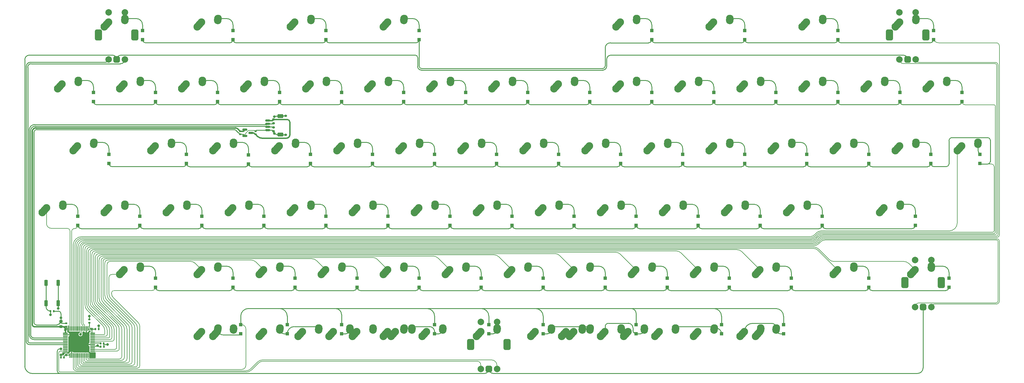
<source format=gbr>
%TF.GenerationSoftware,KiCad,Pcbnew,(7.0.0)*%
%TF.CreationDate,2024-01-29T21:47:07+01:00*%
%TF.ProjectId,HP2621,48503236-3231-42e6-9b69-6361645f7063,rev?*%
%TF.SameCoordinates,Original*%
%TF.FileFunction,Copper,L2,Bot*%
%TF.FilePolarity,Positive*%
%FSLAX46Y46*%
G04 Gerber Fmt 4.6, Leading zero omitted, Abs format (unit mm)*
G04 Created by KiCad (PCBNEW (7.0.0)) date 2024-01-29 21:47:07*
%MOMM*%
%LPD*%
G01*
G04 APERTURE LIST*
G04 Aperture macros list*
%AMRoundRect*
0 Rectangle with rounded corners*
0 $1 Rounding radius*
0 $2 $3 $4 $5 $6 $7 $8 $9 X,Y pos of 4 corners*
0 Add a 4 corners polygon primitive as box body*
4,1,4,$2,$3,$4,$5,$6,$7,$8,$9,$2,$3,0*
0 Add four circle primitives for the rounded corners*
1,1,$1+$1,$2,$3*
1,1,$1+$1,$4,$5*
1,1,$1+$1,$6,$7*
1,1,$1+$1,$8,$9*
0 Add four rect primitives between the rounded corners*
20,1,$1+$1,$2,$3,$4,$5,0*
20,1,$1+$1,$4,$5,$6,$7,0*
20,1,$1+$1,$6,$7,$8,$9,0*
20,1,$1+$1,$8,$9,$2,$3,0*%
%AMHorizOval*
0 Thick line with rounded ends*
0 $1 width*
0 $2 $3 position (X,Y) of the first rounded end (center of the circle)*
0 $4 $5 position (X,Y) of the second rounded end (center of the circle)*
0 Add line between two ends*
20,1,$1,$2,$3,$4,$5,0*
0 Add two circle primitives to create the rounded ends*
1,1,$1,$2,$3*
1,1,$1,$4,$5*%
G04 Aperture macros list end*
%TA.AperFunction,ComponentPad*%
%ADD10C,2.300000*%
%TD*%
%TA.AperFunction,ComponentPad*%
%ADD11HorizOval,2.300000X-0.655144X-0.730170X0.655144X0.730170X0*%
%TD*%
%TA.AperFunction,ComponentPad*%
%ADD12HorizOval,2.300000X0.019758X0.289827X-0.019758X-0.289827X0*%
%TD*%
%TA.AperFunction,ComponentPad*%
%ADD13C,2.000000*%
%TD*%
%TA.AperFunction,ComponentPad*%
%ADD14RoundRect,0.500000X0.500000X-0.500000X0.500000X0.500000X-0.500000X0.500000X-0.500000X-0.500000X0*%
%TD*%
%TA.AperFunction,ComponentPad*%
%ADD15RoundRect,0.550000X0.550000X-1.150000X0.550000X1.150000X-0.550000X1.150000X-0.550000X-1.150000X0*%
%TD*%
%TA.AperFunction,SMDPad,CuDef*%
%ADD16RoundRect,0.150000X-0.625000X0.150000X-0.625000X-0.150000X0.625000X-0.150000X0.625000X0.150000X0*%
%TD*%
%TA.AperFunction,SMDPad,CuDef*%
%ADD17RoundRect,0.250000X-0.650000X0.350000X-0.650000X-0.350000X0.650000X-0.350000X0.650000X0.350000X0*%
%TD*%
%TA.AperFunction,SMDPad,CuDef*%
%ADD18RoundRect,0.250000X0.300000X-0.300000X0.300000X0.300000X-0.300000X0.300000X-0.300000X-0.300000X0*%
%TD*%
%TA.AperFunction,SMDPad,CuDef*%
%ADD19RoundRect,0.075000X0.662500X0.075000X-0.662500X0.075000X-0.662500X-0.075000X0.662500X-0.075000X0*%
%TD*%
%TA.AperFunction,SMDPad,CuDef*%
%ADD20RoundRect,0.075000X0.075000X0.662500X-0.075000X0.662500X-0.075000X-0.662500X0.075000X-0.662500X0*%
%TD*%
%TA.AperFunction,SMDPad,CuDef*%
%ADD21RoundRect,0.140000X0.170000X-0.140000X0.170000X0.140000X-0.170000X0.140000X-0.170000X-0.140000X0*%
%TD*%
%TA.AperFunction,SMDPad,CuDef*%
%ADD22RoundRect,0.140000X-0.140000X-0.170000X0.140000X-0.170000X0.140000X0.170000X-0.140000X0.170000X0*%
%TD*%
%TA.AperFunction,SMDPad,CuDef*%
%ADD23RoundRect,0.250000X-0.300000X0.300000X-0.300000X-0.300000X0.300000X-0.300000X0.300000X0.300000X0*%
%TD*%
%TA.AperFunction,SMDPad,CuDef*%
%ADD24RoundRect,0.140000X0.140000X0.170000X-0.140000X0.170000X-0.140000X-0.170000X0.140000X-0.170000X0*%
%TD*%
%TA.AperFunction,SMDPad,CuDef*%
%ADD25RoundRect,0.140000X-0.170000X0.140000X-0.170000X-0.140000X0.170000X-0.140000X0.170000X0.140000X0*%
%TD*%
%TA.AperFunction,SMDPad,CuDef*%
%ADD26RoundRect,0.275000X0.275000X-0.625000X0.275000X0.625000X-0.275000X0.625000X-0.275000X-0.625000X0*%
%TD*%
%TA.AperFunction,SMDPad,CuDef*%
%ADD27RoundRect,0.150000X-0.587500X-0.150000X0.587500X-0.150000X0.587500X0.150000X-0.587500X0.150000X0*%
%TD*%
%TA.AperFunction,SMDPad,CuDef*%
%ADD28RoundRect,0.225000X0.250000X-0.225000X0.250000X0.225000X-0.250000X0.225000X-0.250000X-0.225000X0*%
%TD*%
%TA.AperFunction,SMDPad,CuDef*%
%ADD29RoundRect,0.150000X-0.275000X0.150000X-0.275000X-0.150000X0.275000X-0.150000X0.275000X0.150000X0*%
%TD*%
%TA.AperFunction,SMDPad,CuDef*%
%ADD30RoundRect,0.175000X-0.225000X0.175000X-0.225000X-0.175000X0.225000X-0.175000X0.225000X0.175000X0*%
%TD*%
%TA.AperFunction,SMDPad,CuDef*%
%ADD31RoundRect,0.135000X-0.135000X-0.185000X0.135000X-0.185000X0.135000X0.185000X-0.135000X0.185000X0*%
%TD*%
%TA.AperFunction,ViaPad*%
%ADD32C,0.800000*%
%TD*%
%TA.AperFunction,Conductor*%
%ADD33C,0.200000*%
%TD*%
%TA.AperFunction,Conductor*%
%ADD34C,0.250000*%
%TD*%
%TA.AperFunction,Conductor*%
%ADD35C,0.381000*%
%TD*%
G04 APERTURE END LIST*
D10*
%TO.P,MX66,1,1*%
%TO.N,COL2*%
X60483750Y-118110000D03*
D11*
X61138605Y-117380169D03*
D12*
%TO.P,MX66,2,2*%
%TO.N,Net-(D66-A)*%
X66813507Y-115860172D03*
D10*
X66833750Y-115570000D03*
%TD*%
%TO.P,MX6,1,1*%
%TO.N,COL10*%
X217646250Y-22860000D03*
D11*
X218301105Y-22130169D03*
D12*
%TO.P,MX6,2,2*%
%TO.N,Net-(D6-A)*%
X223976007Y-20610172D03*
D10*
X223996250Y-20320000D03*
%TD*%
%TO.P,MX35,1,1*%
%TO.N,COL11*%
X236696250Y-60960000D03*
D11*
X237351105Y-60230169D03*
D12*
%TO.P,MX35,2,2*%
%TO.N,Net-(D35-A)*%
X243026007Y-58710172D03*
D10*
X243046250Y-58420000D03*
%TD*%
%TO.P,MX19,1,1*%
%TO.N,COL10*%
X208121250Y-41910000D03*
D11*
X208776105Y-41180169D03*
D12*
%TO.P,MX19,2,2*%
%TO.N,Net-(D19-A)*%
X214451007Y-39660172D03*
D10*
X214471250Y-39370000D03*
%TD*%
%TO.P,MX81,1,1*%
%TO.N,COL5*%
X117633750Y-118110000D03*
D11*
X118288605Y-117380169D03*
D12*
%TO.P,MX81,2,2*%
%TO.N,Net-(D69-A)*%
X123963507Y-115860172D03*
D10*
X123983750Y-115570000D03*
%TD*%
%TO.P,MX47,1,1*%
%TO.N,COL8*%
X165258750Y-80010000D03*
D11*
X165913605Y-79280169D03*
D12*
%TO.P,MX47,2,2*%
%TO.N,Net-(D47-A)*%
X171588507Y-77760172D03*
D10*
X171608750Y-77470000D03*
%TD*%
%TO.P,MX37,1,1*%
%TO.N,COL13*%
X274796250Y-60960000D03*
D11*
X275451105Y-60230169D03*
D12*
%TO.P,MX37,2,2*%
%TO.N,Net-(D37-A)*%
X281126007Y-58710172D03*
D10*
X281146250Y-58420000D03*
%TD*%
%TO.P,MX73,1,1*%
%TO.N,COL10*%
X212883750Y-118110000D03*
D11*
X213538605Y-117380169D03*
D12*
%TO.P,MX73,2,2*%
%TO.N,Net-(D73-A)*%
X219213507Y-115860172D03*
D10*
X219233750Y-115570000D03*
%TD*%
%TO.P,MX5,1,1*%
%TO.N,COL9*%
X189071250Y-22860000D03*
D11*
X189726105Y-22130169D03*
D12*
%TO.P,MX5,2,2*%
%TO.N,Net-(D5-A)*%
X195401007Y-20610172D03*
D10*
X195421250Y-20320000D03*
%TD*%
%TO.P,MX28,1,1*%
%TO.N,COL4*%
X103346250Y-60960000D03*
D11*
X104001105Y-60230169D03*
D12*
%TO.P,MX28,2,2*%
%TO.N,Net-(D28-A)*%
X109676007Y-58710172D03*
D10*
X109696250Y-58420000D03*
%TD*%
%TO.P,MX75,1,1*%
%TO.N,Net-(D66-A)*%
X65246250Y-118110000D03*
D11*
X65901105Y-117380169D03*
D12*
%TO.P,MX75,2,2*%
%TO.N,COL2*%
X71576007Y-115860172D03*
D10*
X71596250Y-115570000D03*
%TD*%
%TO.P,MX33,1,1*%
%TO.N,COL9*%
X198596250Y-60960000D03*
D11*
X199251105Y-60230169D03*
D12*
%TO.P,MX33,2,2*%
%TO.N,Net-(D33-A)*%
X204926007Y-58710172D03*
D10*
X204946250Y-58420000D03*
%TD*%
%TO.P,MX49,1,1*%
%TO.N,COL10*%
X203358750Y-80010000D03*
D11*
X204013605Y-79280169D03*
D12*
%TO.P,MX49,2,2*%
%TO.N,Net-(D49-A)*%
X209688507Y-77760172D03*
D10*
X209708750Y-77470000D03*
%TD*%
%TO.P,MX34,1,1*%
%TO.N,COL10*%
X217646250Y-60960000D03*
D11*
X218301105Y-60230169D03*
D12*
%TO.P,MX34,2,2*%
%TO.N,Net-(D34-A)*%
X223976007Y-58710172D03*
D10*
X223996250Y-58420000D03*
%TD*%
%TO.P,MX65,1,1*%
%TO.N,COL13*%
X279558750Y-99060000D03*
D11*
X280213605Y-98330169D03*
D12*
%TO.P,MX65,2,2*%
%TO.N,row_3*%
X285888507Y-96810172D03*
D10*
X285908750Y-96520000D03*
%TD*%
%TO.P,MX50,1,1*%
%TO.N,COL11*%
X222408750Y-80010000D03*
D11*
X223063605Y-79280169D03*
D12*
%TO.P,MX50,2,2*%
%TO.N,Net-(D50-A)*%
X228738507Y-77760172D03*
D10*
X228758750Y-77470000D03*
%TD*%
%TO.P,MX56,1,1*%
%TO.N,COL4*%
X98583750Y-99060000D03*
D11*
X99238605Y-98330169D03*
D12*
%TO.P,MX56,2,2*%
%TO.N,Net-(D56-A)*%
X104913507Y-96810172D03*
D10*
X104933750Y-96520000D03*
%TD*%
%TO.P,MX38,1,1*%
%TO.N,COL14*%
X293846250Y-60960000D03*
D11*
X294501105Y-60230169D03*
D12*
%TO.P,MX38,2,2*%
%TO.N,Net-(D38-A)*%
X300176007Y-58710172D03*
D10*
X300196250Y-58420000D03*
%TD*%
%TO.P,MX4,1,1*%
%TO.N,COL5*%
X117633750Y-22860000D03*
D11*
X118288605Y-22130169D03*
D12*
%TO.P,MX4,2,2*%
%TO.N,Net-(D4-A)*%
X123963507Y-20610172D03*
D10*
X123983750Y-20320000D03*
%TD*%
%TO.P,MX72,1,1*%
%TO.N,COL9*%
X191452500Y-118110000D03*
D11*
X192107355Y-117380169D03*
D12*
%TO.P,MX72,2,2*%
%TO.N,Net-(D72-A)*%
X197782257Y-115860172D03*
D10*
X197802500Y-115570000D03*
%TD*%
%TO.P,MX63,1,1*%
%TO.N,COL11*%
X231933750Y-99060000D03*
D11*
X232588605Y-98330169D03*
D12*
%TO.P,MX63,2,2*%
%TO.N,Net-(D63-A)*%
X238263507Y-96810172D03*
D10*
X238283750Y-96520000D03*
%TD*%
%TO.P,MX64,1,1*%
%TO.N,COL12*%
X255746250Y-99060000D03*
D11*
X256401105Y-98330169D03*
D12*
%TO.P,MX64,2,2*%
%TO.N,Net-(D64-A)*%
X262076007Y-96810172D03*
D10*
X262096250Y-96520000D03*
%TD*%
%TO.P,MX57,1,1*%
%TO.N,COL5*%
X117633750Y-99060000D03*
D11*
X118288605Y-98330169D03*
D12*
%TO.P,MX57,2,2*%
%TO.N,Net-(D57-A)*%
X123963507Y-96810172D03*
D10*
X123983750Y-96520000D03*
%TD*%
%TO.P,MX44,1,1*%
%TO.N,COL5*%
X108108750Y-80010000D03*
D11*
X108763605Y-79280169D03*
D12*
%TO.P,MX44,2,2*%
%TO.N,Net-(D44-A)*%
X114438507Y-77760172D03*
D10*
X114458750Y-77470000D03*
%TD*%
%TO.P,MX12,1,1*%
%TO.N,COL3*%
X74771250Y-41910000D03*
D11*
X75426105Y-41180169D03*
D12*
%TO.P,MX12,2,2*%
%TO.N,Net-(D12-A)*%
X81101007Y-39660172D03*
D10*
X81121250Y-39370000D03*
%TD*%
%TO.P,MX24,1,1*%
%TO.N,COL0*%
X22383750Y-60960000D03*
D11*
X23038605Y-60230169D03*
D12*
%TO.P,MX24,2,2*%
%TO.N,Net-(D24-A)*%
X28713507Y-58710172D03*
D10*
X28733750Y-58420000D03*
%TD*%
%TO.P,MX62,1,1*%
%TO.N,COL10*%
X212883750Y-99060000D03*
D11*
X213538605Y-98330169D03*
D12*
%TO.P,MX62,2,2*%
%TO.N,Net-(D62-A)*%
X219213507Y-96810172D03*
D10*
X219233750Y-96520000D03*
%TD*%
%TO.P,MX9,1,1*%
%TO.N,COL0*%
X17621250Y-41910000D03*
D11*
X18276105Y-41180169D03*
D12*
%TO.P,MX9,2,2*%
%TO.N,Net-(D9-A)*%
X23951007Y-39660172D03*
D10*
X23971250Y-39370000D03*
%TD*%
%TO.P,MX22,1,1*%
%TO.N,COL13*%
X265271250Y-41910000D03*
D11*
X265926105Y-41180169D03*
D12*
%TO.P,MX22,2,2*%
%TO.N,Net-(D22-A)*%
X271601007Y-39660172D03*
D10*
X271621250Y-39370000D03*
%TD*%
%TO.P,MX26,1,1*%
%TO.N,COL2*%
X65246250Y-60960000D03*
D11*
X65901105Y-60230169D03*
D12*
%TO.P,MX26,2,2*%
%TO.N,Net-(D26-A)*%
X71576007Y-58710172D03*
D10*
X71596250Y-58420000D03*
%TD*%
%TO.P,MX61,1,1*%
%TO.N,COL9*%
X193833750Y-99060000D03*
D11*
X194488605Y-98330169D03*
D12*
%TO.P,MX61,2,2*%
%TO.N,Net-(D61-A)*%
X200163507Y-96810172D03*
D10*
X200183750Y-96520000D03*
%TD*%
%TO.P,MX53,1,1*%
%TO.N,COL1*%
X36671250Y-99060000D03*
D11*
X37326105Y-98330169D03*
D12*
%TO.P,MX53,2,2*%
%TO.N,Net-(D53-A)*%
X43001007Y-96810172D03*
D10*
X43021250Y-96520000D03*
%TD*%
%TO.P,MX16,1,1*%
%TO.N,COL7*%
X150971250Y-41910000D03*
D11*
X151626105Y-41180169D03*
D12*
%TO.P,MX16,2,2*%
%TO.N,Net-(D16-A)*%
X157301007Y-39660172D03*
D10*
X157321250Y-39370000D03*
%TD*%
D13*
%TO.P,SW4,A,A*%
%TO.N,ENC_g*%
X147518750Y-128150000D03*
%TO.P,SW4,B,B*%
%TO.N,ENC_h*%
X152518750Y-128150000D03*
D14*
%TO.P,SW4,C,C*%
%TO.N,GND*%
X150018750Y-128150000D03*
D15*
%TO.P,SW4,MP*%
%TO.N,N/C*%
X144418750Y-120650000D03*
X155618750Y-120650000D03*
D13*
%TO.P,SW4,S1,S1*%
%TO.N,row_4*%
X152518750Y-113650000D03*
%TO.P,SW4,S2,S2*%
%TO.N,COL7*%
X147518750Y-113650000D03*
%TD*%
D10*
%TO.P,MX41,1,1*%
%TO.N,COL2*%
X50958750Y-80010000D03*
D11*
X51613605Y-79280169D03*
D12*
%TO.P,MX41,2,2*%
%TO.N,Net-(D41-A)*%
X57288507Y-77760172D03*
D10*
X57308750Y-77470000D03*
%TD*%
%TO.P,MX74,1,1*%
%TO.N,COL11*%
X231933750Y-118110000D03*
D11*
X232588605Y-117380169D03*
D12*
%TO.P,MX74,2,2*%
%TO.N,Net-(D74-A)*%
X238263507Y-115860172D03*
D10*
X238283750Y-115570000D03*
%TD*%
%TO.P,MX21,1,1*%
%TO.N,COL12*%
X246221250Y-41910000D03*
D11*
X246876105Y-41180169D03*
D12*
%TO.P,MX21,2,2*%
%TO.N,Net-(D21-A)*%
X252551007Y-39660172D03*
D10*
X252571250Y-39370000D03*
%TD*%
%TO.P,MX77,1,1*%
%TO.N,COL3*%
X91440000Y-118110000D03*
D11*
X92094855Y-117380169D03*
D12*
%TO.P,MX77,2,2*%
%TO.N,Net-(D67-A)*%
X97769757Y-115860172D03*
D10*
X97790000Y-115570000D03*
%TD*%
%TO.P,MX54,1,1*%
%TO.N,COL2*%
X60483750Y-99060000D03*
D11*
X61138605Y-98330169D03*
D12*
%TO.P,MX54,2,2*%
%TO.N,Net-(D54-A)*%
X66813507Y-96810172D03*
D10*
X66833750Y-96520000D03*
%TD*%
%TO.P,MX69,1,1*%
%TO.N,COL5*%
X129540000Y-118110000D03*
D11*
X130194855Y-117380169D03*
D12*
%TO.P,MX69,2,2*%
%TO.N,Net-(D69-A)*%
X135869757Y-115860172D03*
D10*
X135890000Y-115570000D03*
%TD*%
%TO.P,MX80,1,1*%
%TO.N,COL8*%
X172402500Y-118110000D03*
D11*
X173057355Y-117380169D03*
D12*
%TO.P,MX80,2,2*%
%TO.N,Net-(D71-A)*%
X178732257Y-115860172D03*
D10*
X178752500Y-115570000D03*
%TD*%
%TO.P,MX48,1,1*%
%TO.N,COL9*%
X184308750Y-80010000D03*
D11*
X184963605Y-79280169D03*
D12*
%TO.P,MX48,2,2*%
%TO.N,Net-(D48-A)*%
X190638507Y-77760172D03*
D10*
X190658750Y-77470000D03*
%TD*%
%TO.P,MX67,1,1*%
%TO.N,COL3*%
X79533750Y-118110000D03*
D11*
X80188605Y-117380169D03*
D12*
%TO.P,MX67,2,2*%
%TO.N,Net-(D67-A)*%
X85863507Y-115860172D03*
D10*
X85883750Y-115570000D03*
%TD*%
%TO.P,MX15,1,1*%
%TO.N,COL6*%
X131921250Y-41910000D03*
D11*
X132576105Y-41180169D03*
D12*
%TO.P,MX15,2,2*%
%TO.N,Net-(D15-A)*%
X138251007Y-39660172D03*
D10*
X138271250Y-39370000D03*
%TD*%
%TO.P,MX29,1,1*%
%TO.N,COL5*%
X122396250Y-60960000D03*
D11*
X123051105Y-60230169D03*
D12*
%TO.P,MX29,2,2*%
%TO.N,Net-(D29-A)*%
X128726007Y-58710172D03*
D10*
X128746250Y-58420000D03*
%TD*%
D13*
%TO.P,SW3,A,A*%
%TO.N,ENC_e*%
X280868750Y-109100000D03*
%TO.P,SW3,B,B*%
%TO.N,ENC_f*%
X285868750Y-109100000D03*
D14*
%TO.P,SW3,C,C*%
%TO.N,GND*%
X283368750Y-109100000D03*
D15*
%TO.P,SW3,MP*%
%TO.N,N/C*%
X277768750Y-101600000D03*
X288968750Y-101600000D03*
D13*
%TO.P,SW3,S1,S1*%
%TO.N,row_3*%
X285868750Y-94600000D03*
%TO.P,SW3,S2,S2*%
%TO.N,COL13*%
X280868750Y-94600000D03*
%TD*%
D10*
%TO.P,MX13,1,1*%
%TO.N,COL4*%
X93821250Y-41910000D03*
D11*
X94476105Y-41180169D03*
D12*
%TO.P,MX13,2,2*%
%TO.N,Net-(D13-A)*%
X100151007Y-39660172D03*
D10*
X100171250Y-39370000D03*
%TD*%
%TO.P,MX36,1,1*%
%TO.N,COL12*%
X255746250Y-60960000D03*
D11*
X256401105Y-60230169D03*
D12*
%TO.P,MX36,2,2*%
%TO.N,Net-(D36-A)*%
X262076007Y-58710172D03*
D10*
X262096250Y-58420000D03*
%TD*%
%TO.P,MX18,1,1*%
%TO.N,COL9*%
X189071250Y-41910000D03*
D11*
X189726105Y-41180169D03*
D12*
%TO.P,MX18,2,2*%
%TO.N,Net-(D18-A)*%
X195401007Y-39660172D03*
D10*
X195421250Y-39370000D03*
%TD*%
%TO.P,MX43,1,1*%
%TO.N,COL4*%
X89058750Y-80010000D03*
D11*
X89713605Y-79280169D03*
D12*
%TO.P,MX43,2,2*%
%TO.N,Net-(D43-A)*%
X95388507Y-77760172D03*
D10*
X95408750Y-77470000D03*
%TD*%
%TO.P,MX42,1,1*%
%TO.N,COL3*%
X70008750Y-80010000D03*
D11*
X70663605Y-79280169D03*
D12*
%TO.P,MX42,2,2*%
%TO.N,Net-(D42-A)*%
X76338507Y-77760172D03*
D10*
X76358750Y-77470000D03*
%TD*%
%TO.P,MX40,1,1*%
%TO.N,COL1*%
X31908750Y-80010000D03*
D11*
X32563605Y-79280169D03*
D12*
%TO.P,MX40,2,2*%
%TO.N,Net-(D40-A)*%
X38238507Y-77760172D03*
D10*
X38258750Y-77470000D03*
%TD*%
%TO.P,MX70,1,1*%
%TO.N,COL7*%
X146208750Y-118110000D03*
D11*
X146863605Y-117380169D03*
D12*
%TO.P,MX70,2,2*%
%TO.N,row_4*%
X152538507Y-115860172D03*
D10*
X152558750Y-115570000D03*
%TD*%
%TO.P,MX46,1,1*%
%TO.N,COL7*%
X146208750Y-80010000D03*
D11*
X146863605Y-79280169D03*
D12*
%TO.P,MX46,2,2*%
%TO.N,Net-(D46-A)*%
X152538507Y-77760172D03*
D10*
X152558750Y-77470000D03*
%TD*%
%TO.P,MX79,1,1*%
%TO.N,COL5*%
X120015000Y-118110000D03*
D11*
X120669855Y-117380169D03*
D12*
%TO.P,MX79,2,2*%
%TO.N,Net-(D69-A)*%
X126344757Y-115860172D03*
D10*
X126365000Y-115570000D03*
%TD*%
%TO.P,MX14,1,1*%
%TO.N,COL5*%
X112871250Y-41910000D03*
D11*
X113526105Y-41180169D03*
D12*
%TO.P,MX14,2,2*%
%TO.N,Net-(D14-A)*%
X119201007Y-39660172D03*
D10*
X119221250Y-39370000D03*
%TD*%
%TO.P,MX83,1,1*%
%TO.N,COL8*%
X174783750Y-118110000D03*
D11*
X175438605Y-117380169D03*
D12*
%TO.P,MX83,2,2*%
%TO.N,Net-(D71-A)*%
X181113507Y-115860172D03*
D10*
X181133750Y-115570000D03*
%TD*%
%TO.P,MX30,1,1*%
%TO.N,COL6*%
X141446250Y-60960000D03*
D11*
X142101105Y-60230169D03*
D12*
%TO.P,MX30,2,2*%
%TO.N,Net-(D30-A)*%
X147776007Y-58710172D03*
D10*
X147796250Y-58420000D03*
%TD*%
%TO.P,MX58,1,1*%
%TO.N,COL6*%
X136683750Y-99060000D03*
D11*
X137338605Y-98330169D03*
D12*
%TO.P,MX58,2,2*%
%TO.N,Net-(D58-A)*%
X143013507Y-96810172D03*
D10*
X143033750Y-96520000D03*
%TD*%
%TO.P,MX84,1,1*%
%TO.N,Net-(D72-A)*%
X184308750Y-118110000D03*
D11*
X184963605Y-117380169D03*
D12*
%TO.P,MX84,2,2*%
%TO.N,COL9*%
X190638507Y-115860172D03*
D10*
X190658750Y-115570000D03*
%TD*%
%TO.P,MX82,1,1*%
%TO.N,Net-(D68-A)*%
X108108750Y-118110000D03*
D11*
X108763605Y-117380169D03*
D12*
%TO.P,MX82,2,2*%
%TO.N,COL4*%
X114438507Y-115860172D03*
D10*
X114458750Y-115570000D03*
%TD*%
%TO.P,MX71,1,1*%
%TO.N,COL8*%
X162877500Y-118110000D03*
D11*
X163532355Y-117380169D03*
D12*
%TO.P,MX71,2,2*%
%TO.N,Net-(D71-A)*%
X169207257Y-115860172D03*
D10*
X169227500Y-115570000D03*
%TD*%
%TO.P,MX27,1,1*%
%TO.N,COL3*%
X84296250Y-60960000D03*
D11*
X84951105Y-60230169D03*
D12*
%TO.P,MX27,2,2*%
%TO.N,Net-(D27-A)*%
X90626007Y-58710172D03*
D10*
X90646250Y-58420000D03*
%TD*%
%TO.P,MX78,1,1*%
%TO.N,COL10*%
X200977500Y-118110000D03*
D11*
X201632355Y-117380169D03*
D12*
%TO.P,MX78,2,2*%
%TO.N,Net-(D73-A)*%
X207307257Y-115860172D03*
D10*
X207327500Y-115570000D03*
%TD*%
%TO.P,MX11,1,1*%
%TO.N,COL2*%
X55721250Y-41910000D03*
D11*
X56376105Y-41180169D03*
D12*
%TO.P,MX11,2,2*%
%TO.N,Net-(D11-A)*%
X62051007Y-39660172D03*
D10*
X62071250Y-39370000D03*
%TD*%
%TO.P,MX52,1,1*%
%TO.N,COL13*%
X270033750Y-80010000D03*
D11*
X270688605Y-79280169D03*
D12*
%TO.P,MX52,2,2*%
%TO.N,Net-(D52-A)*%
X276363507Y-77760172D03*
D10*
X276383750Y-77470000D03*
%TD*%
%TO.P,MX17,1,1*%
%TO.N,COL8*%
X170021250Y-41910000D03*
D11*
X170676105Y-41180169D03*
D12*
%TO.P,MX17,2,2*%
%TO.N,Net-(D17-A)*%
X176351007Y-39660172D03*
D10*
X176371250Y-39370000D03*
%TD*%
%TO.P,MX3,1,1*%
%TO.N,COL3*%
X89058750Y-22860000D03*
D11*
X89713605Y-22130169D03*
D12*
%TO.P,MX3,2,2*%
%TO.N,Net-(D3-A)*%
X95388507Y-20610172D03*
D10*
X95408750Y-20320000D03*
%TD*%
%TO.P,MX10,1,1*%
%TO.N,COL1*%
X36671250Y-41910000D03*
D11*
X37326105Y-41180169D03*
D12*
%TO.P,MX10,2,2*%
%TO.N,Net-(D10-A)*%
X43001007Y-39660172D03*
D10*
X43021250Y-39370000D03*
%TD*%
%TO.P,MX20,1,1*%
%TO.N,COL11*%
X227171250Y-41910000D03*
D11*
X227826105Y-41180169D03*
D12*
%TO.P,MX20,2,2*%
%TO.N,Net-(D20-A)*%
X233501007Y-39660172D03*
D10*
X233521250Y-39370000D03*
%TD*%
D13*
%TO.P,SW2,A,A*%
%TO.N,ENC_c*%
X276106250Y-32900000D03*
%TO.P,SW2,B,B*%
%TO.N,ENC_d*%
X281106250Y-32900000D03*
D14*
%TO.P,SW2,C,C*%
%TO.N,GND*%
X278606250Y-32900000D03*
D15*
%TO.P,SW2,MP*%
%TO.N,N/C*%
X273006250Y-25400000D03*
X284206250Y-25400000D03*
D13*
%TO.P,SW2,S1,S1*%
%TO.N,row_2*%
X281106250Y-18400000D03*
%TO.P,SW2,S2,S2*%
%TO.N,COL13*%
X276106250Y-18400000D03*
%TD*%
D10*
%TO.P,MX7,1,1*%
%TO.N,COL12*%
X246221250Y-22860000D03*
D11*
X246876105Y-22130169D03*
D12*
%TO.P,MX7,2,2*%
%TO.N,Net-(D7-A)*%
X252551007Y-20610172D03*
D10*
X252571250Y-20320000D03*
%TD*%
%TO.P,MX45,1,1*%
%TO.N,COL6*%
X127158750Y-80010000D03*
D11*
X127813605Y-79280169D03*
D12*
%TO.P,MX45,2,2*%
%TO.N,Net-(D45-A)*%
X133488507Y-77760172D03*
D10*
X133508750Y-77470000D03*
%TD*%
%TO.P,MX25,1,1*%
%TO.N,COL1*%
X46196250Y-60960000D03*
D11*
X46851105Y-60230169D03*
D12*
%TO.P,MX25,2,2*%
%TO.N,Net-(D25-A)*%
X52526007Y-58710172D03*
D10*
X52546250Y-58420000D03*
%TD*%
%TO.P,MX60,1,1*%
%TO.N,COL8*%
X174783750Y-99060000D03*
D11*
X175438605Y-98330169D03*
D12*
%TO.P,MX60,2,2*%
%TO.N,Net-(D60-A)*%
X181113507Y-96810172D03*
D10*
X181133750Y-96520000D03*
%TD*%
%TO.P,MX8,1,1*%
%TO.N,COL13*%
X274796250Y-22860000D03*
D11*
X275451105Y-22130169D03*
D12*
%TO.P,MX8,2,2*%
%TO.N,row_2*%
X281126007Y-20610172D03*
D10*
X281146250Y-20320000D03*
%TD*%
%TO.P,MX39,1,1*%
%TO.N,COL0*%
X12858750Y-80010000D03*
D11*
X13513605Y-79280169D03*
D12*
%TO.P,MX39,2,2*%
%TO.N,Net-(D39-A)*%
X19188507Y-77760172D03*
D10*
X19208750Y-77470000D03*
%TD*%
%TO.P,MX23,1,1*%
%TO.N,COL14*%
X284321250Y-41910000D03*
D11*
X284976105Y-41180169D03*
D12*
%TO.P,MX23,2,2*%
%TO.N,Net-(D23-A)*%
X290651007Y-39660172D03*
D10*
X290671250Y-39370000D03*
%TD*%
%TO.P,MX59,1,1*%
%TO.N,COL7*%
X155733750Y-99060000D03*
D11*
X156388605Y-98330169D03*
D12*
%TO.P,MX59,2,2*%
%TO.N,Net-(D59-A)*%
X162063507Y-96810172D03*
D10*
X162083750Y-96520000D03*
%TD*%
%TO.P,MX1,1,1*%
%TO.N,COL0*%
X31908750Y-22860000D03*
D11*
X32563605Y-22130169D03*
D12*
%TO.P,MX1,2,2*%
%TO.N,row_1*%
X38238507Y-20610172D03*
D10*
X38258750Y-20320000D03*
%TD*%
%TO.P,MX76,1,1*%
%TO.N,Net-(D74-A)*%
X227171250Y-118110000D03*
D11*
X227826105Y-117380169D03*
D12*
%TO.P,MX76,2,2*%
%TO.N,COL11*%
X233501007Y-115860172D03*
D10*
X233521250Y-115570000D03*
%TD*%
%TO.P,MX32,1,1*%
%TO.N,COL8*%
X179546250Y-60960000D03*
D11*
X180201105Y-60230169D03*
D12*
%TO.P,MX32,2,2*%
%TO.N,Net-(D32-A)*%
X185876007Y-58710172D03*
D10*
X185896250Y-58420000D03*
%TD*%
%TO.P,MX68,1,1*%
%TO.N,COL4*%
X100965000Y-118110000D03*
D11*
X101619855Y-117380169D03*
D12*
%TO.P,MX68,2,2*%
%TO.N,Net-(D68-A)*%
X107294757Y-115860172D03*
D10*
X107315000Y-115570000D03*
%TD*%
%TO.P,MX31,1,1*%
%TO.N,COL7*%
X160496250Y-60960000D03*
D11*
X161151105Y-60230169D03*
D12*
%TO.P,MX31,2,2*%
%TO.N,Net-(D31-A)*%
X166826007Y-58710172D03*
D10*
X166846250Y-58420000D03*
%TD*%
%TO.P,MX51,1,1*%
%TO.N,COL12*%
X241458750Y-80010000D03*
D11*
X242113605Y-79280169D03*
D12*
%TO.P,MX51,2,2*%
%TO.N,Net-(D51-A)*%
X247788507Y-77760172D03*
D10*
X247808750Y-77470000D03*
%TD*%
D13*
%TO.P,SW1,A,A*%
%TO.N,ENC_a*%
X33218750Y-32900000D03*
%TO.P,SW1,B,B*%
%TO.N,ENC_b*%
X38218750Y-32900000D03*
D14*
%TO.P,SW1,C,C*%
%TO.N,GND*%
X35718750Y-32900000D03*
D15*
%TO.P,SW1,MP*%
%TO.N,N/C*%
X30118750Y-25400000D03*
X41318750Y-25400000D03*
D13*
%TO.P,SW1,S1,S1*%
%TO.N,row_1*%
X38218750Y-18400000D03*
%TO.P,SW1,S2,S2*%
%TO.N,COL0*%
X33218750Y-18400000D03*
%TD*%
D10*
%TO.P,MX55,1,1*%
%TO.N,COL3*%
X79533750Y-99060000D03*
D11*
X80188605Y-98330169D03*
D12*
%TO.P,MX55,2,2*%
%TO.N,Net-(D55-A)*%
X85863507Y-96810172D03*
D10*
X85883750Y-96520000D03*
%TD*%
%TO.P,MX2,1,1*%
%TO.N,COL2*%
X60483750Y-22860000D03*
D11*
X61138605Y-22130169D03*
D12*
%TO.P,MX2,2,2*%
%TO.N,Net-(D2-A)*%
X66813507Y-20610172D03*
D10*
X66833750Y-20320000D03*
%TD*%
D16*
%TO.P,J1,1,Pin_1*%
%TO.N,+5V*%
X82137500Y-51681250D03*
%TO.P,J1,2,Pin_2*%
%TO.N,D_N*%
X82137500Y-52681250D03*
%TO.P,J1,3,Pin_3*%
%TO.N,D_P*%
X82137500Y-53681250D03*
%TO.P,J1,4,Pin_4*%
%TO.N,GND*%
X82137500Y-54681250D03*
D17*
%TO.P,J1,MP,MountPin*%
X86012500Y-50381250D03*
X86012500Y-55981250D03*
%TD*%
D18*
%TO.P,D29,1,K*%
%TO.N,ROW2*%
X133350000Y-64900000D03*
%TO.P,D29,2,A*%
%TO.N,Net-(D29-A)*%
X133350000Y-62100000D03*
%TD*%
%TO.P,D60,1,K*%
%TO.N,ROW4*%
X185737500Y-103000000D03*
%TO.P,D60,2,A*%
%TO.N,Net-(D60-A)*%
X185737500Y-100200000D03*
%TD*%
D19*
%TO.P,U2,1,VBAT*%
%TO.N,+3V3*%
X28306250Y-117106250D03*
%TO.P,U2,2,PC13*%
%TO.N,ENC_e*%
X28306250Y-117606250D03*
%TO.P,U2,3,PC14*%
%TO.N,COL13*%
X28306250Y-118106250D03*
%TO.P,U2,4,PC15*%
%TO.N,COL12*%
X28306250Y-118606250D03*
%TO.P,U2,5,PF0*%
%TO.N,COL11*%
X28306250Y-119106250D03*
%TO.P,U2,6,PF1*%
%TO.N,COL10*%
X28306250Y-119606250D03*
%TO.P,U2,7,NRST*%
%TO.N,NRST*%
X28306250Y-120106250D03*
%TO.P,U2,8,VSSA*%
%TO.N,GND*%
X28306250Y-120606250D03*
%TO.P,U2,9,VDDA*%
%TO.N,+3V3*%
X28306250Y-121106250D03*
%TO.P,U2,10,PA0*%
%TO.N,/A0*%
X28306250Y-121606250D03*
%TO.P,U2,11,PA1*%
%TO.N,COL9*%
X28306250Y-122106250D03*
%TO.P,U2,12,PA2*%
%TO.N,COL8*%
X28306250Y-122606250D03*
D20*
%TO.P,U2,13,PA3*%
%TO.N,COL7*%
X26893750Y-124018750D03*
%TO.P,U2,14,PA4*%
%TO.N,COL6*%
X26393750Y-124018750D03*
%TO.P,U2,15,PA5*%
%TO.N,COL5*%
X25893750Y-124018750D03*
%TO.P,U2,16,PA6*%
%TO.N,COL4*%
X25393750Y-124018750D03*
%TO.P,U2,17,PA7*%
%TO.N,COL3*%
X24893750Y-124018750D03*
%TO.P,U2,18,PB0*%
%TO.N,COL2*%
X24393750Y-124018750D03*
%TO.P,U2,19,PB1*%
%TO.N,COL1*%
X23893750Y-124018750D03*
%TO.P,U2,20,PB2*%
%TO.N,ROW4*%
X23393750Y-124018750D03*
%TO.P,U2,21,PB10*%
%TO.N,ROW5*%
X22893750Y-124018750D03*
%TO.P,U2,22,PB11*%
%TO.N,ENC_h*%
X22393750Y-124018750D03*
%TO.P,U2,23,VSS*%
%TO.N,GND*%
X21893750Y-124018750D03*
%TO.P,U2,24,VDD*%
%TO.N,+3V3*%
X21393750Y-124018750D03*
D19*
%TO.P,U2,25,PB12*%
%TO.N,ENC_g*%
X19981250Y-122606250D03*
%TO.P,U2,26,PB13*%
%TO.N,/B13*%
X19981250Y-122106250D03*
%TO.P,U2,27,PB14*%
%TO.N,/B14*%
X19981250Y-121606250D03*
%TO.P,U2,28,PB15*%
%TO.N,/B15*%
X19981250Y-121106250D03*
%TO.P,U2,29,PA8*%
%TO.N,ENC_a*%
X19981250Y-120606250D03*
%TO.P,U2,30,PA9*%
%TO.N,ENC_b*%
X19981250Y-120106250D03*
%TO.P,U2,31,PA10*%
%TO.N,/A10*%
X19981250Y-119606250D03*
%TO.P,U2,32,PA11*%
%TO.N,D_N*%
X19981250Y-119106250D03*
%TO.P,U2,33,PA12*%
%TO.N,D_P*%
X19981250Y-118606250D03*
%TO.P,U2,34,PA13*%
%TO.N,/A13*%
X19981250Y-118106250D03*
%TO.P,U2,35,VSS*%
%TO.N,GND*%
X19981250Y-117606250D03*
%TO.P,U2,36,VDDIO2*%
%TO.N,+3V3*%
X19981250Y-117106250D03*
D20*
%TO.P,U2,37,PA14*%
%TO.N,COL0*%
X21393750Y-115693750D03*
%TO.P,U2,38,PA15*%
%TO.N,ROW3*%
X21893750Y-115693750D03*
%TO.P,U2,39,PB3*%
%TO.N,COL14*%
X22393750Y-115693750D03*
%TO.P,U2,40,PB4*%
%TO.N,ROW2*%
X22893750Y-115693750D03*
%TO.P,U2,41,PB5*%
%TO.N,ROW1*%
X23393750Y-115693750D03*
%TO.P,U2,42,PB6*%
%TO.N,ENC_c*%
X23893750Y-115693750D03*
%TO.P,U2,43,PB7*%
%TO.N,ENC_d*%
X24393750Y-115693750D03*
%TO.P,U2,44,BOOT0*%
%TO.N,BOOT0*%
X24893750Y-115693750D03*
%TO.P,U2,45,PB8*%
%TO.N,ROW0*%
X25393750Y-115693750D03*
%TO.P,U2,46,PB9*%
%TO.N,ENC_f*%
X25893750Y-115693750D03*
%TO.P,U2,47,VSS*%
%TO.N,GND*%
X26393750Y-115693750D03*
%TO.P,U2,48,VDD*%
%TO.N,+3V3*%
X26893750Y-115693750D03*
%TD*%
D18*
%TO.P,D27,1,K*%
%TO.N,ROW2*%
X95250000Y-64900000D03*
%TO.P,D27,2,A*%
%TO.N,Net-(D27-A)*%
X95250000Y-62100000D03*
%TD*%
%TO.P,D8,1,K*%
%TO.N,ROW0*%
X286543750Y-26800000D03*
%TO.P,D8,2,A*%
%TO.N,row_2*%
X286543750Y-24000000D03*
%TD*%
D21*
%TO.P,C5,1*%
%TO.N,+3V3*%
X20175000Y-115093750D03*
%TO.P,C5,2*%
%TO.N,GND*%
X20175000Y-114133750D03*
%TD*%
D18*
%TO.P,D10,1,K*%
%TO.N,ROW1*%
X47625000Y-45850000D03*
%TO.P,D10,2,A*%
%TO.N,Net-(D10-A)*%
X47625000Y-43050000D03*
%TD*%
%TO.P,D37,1,K*%
%TO.N,ROW2*%
X285750000Y-64900000D03*
%TO.P,D37,2,A*%
%TO.N,Net-(D37-A)*%
X285750000Y-62100000D03*
%TD*%
D22*
%TO.P,C7,1*%
%TO.N,NRST*%
X30807500Y-120313728D03*
%TO.P,C7,2*%
%TO.N,GND*%
X31767500Y-120313728D03*
%TD*%
D18*
%TO.P,D61,1,K*%
%TO.N,ROW4*%
X204787500Y-103000000D03*
%TO.P,D61,2,A*%
%TO.N,Net-(D61-A)*%
X204787500Y-100200000D03*
%TD*%
%TO.P,D30,1,K*%
%TO.N,ROW2*%
X152400000Y-64900000D03*
%TO.P,D30,2,A*%
%TO.N,Net-(D30-A)*%
X152400000Y-62100000D03*
%TD*%
%TO.P,D65,1,K*%
%TO.N,ROW4*%
X291306250Y-103000000D03*
%TO.P,D65,2,A*%
%TO.N,row_3*%
X291306250Y-100200000D03*
%TD*%
D21*
%TO.P,C9,1*%
%TO.N,GND*%
X73606237Y-55952595D03*
%TO.P,C9,2*%
%TO.N,+3V3*%
X73606237Y-54992595D03*
%TD*%
D23*
%TO.P,D72,1,K*%
%TO.N,ROW5*%
X195262500Y-114487500D03*
%TO.P,D72,2,A*%
%TO.N,Net-(D72-A)*%
X195262500Y-117287500D03*
%TD*%
D18*
%TO.P,D42,1,K*%
%TO.N,ROW3*%
X80962500Y-83950000D03*
%TO.P,D42,2,A*%
%TO.N,Net-(D42-A)*%
X80962500Y-81150000D03*
%TD*%
%TO.P,D13,1,K*%
%TO.N,ROW1*%
X104775000Y-45850000D03*
%TO.P,D13,2,A*%
%TO.N,Net-(D13-A)*%
X104775000Y-43050000D03*
%TD*%
D23*
%TO.P,D71,1,K*%
%TO.N,ROW5*%
X166687500Y-114487500D03*
%TO.P,D71,2,A*%
%TO.N,Net-(D71-A)*%
X166687500Y-117287500D03*
%TD*%
D18*
%TO.P,D28,1,K*%
%TO.N,ROW2*%
X114300000Y-64900000D03*
%TO.P,D28,2,A*%
%TO.N,Net-(D28-A)*%
X114300000Y-62100000D03*
%TD*%
%TO.P,D62,1,K*%
%TO.N,ROW4*%
X223837500Y-103000000D03*
%TO.P,D62,2,A*%
%TO.N,Net-(D62-A)*%
X223837500Y-100200000D03*
%TD*%
%TO.P,D43,1,K*%
%TO.N,ROW3*%
X100012500Y-83950000D03*
%TO.P,D43,2,A*%
%TO.N,Net-(D43-A)*%
X100012500Y-81150000D03*
%TD*%
%TO.P,D31,1,K*%
%TO.N,ROW2*%
X171450000Y-64900000D03*
%TO.P,D31,2,A*%
%TO.N,Net-(D31-A)*%
X171450000Y-62100000D03*
%TD*%
%TO.P,D17,1,K*%
%TO.N,ROW1*%
X180975000Y-45850000D03*
%TO.P,D17,2,A*%
%TO.N,Net-(D17-A)*%
X180975000Y-43050000D03*
%TD*%
%TO.P,D3,1,K*%
%TO.N,ROW0*%
X100012500Y-26800000D03*
%TO.P,D3,2,A*%
%TO.N,Net-(D3-A)*%
X100012500Y-24000000D03*
%TD*%
%TO.P,D39,1,K*%
%TO.N,ROW3*%
X23812500Y-83950000D03*
%TO.P,D39,2,A*%
%TO.N,Net-(D39-A)*%
X23812500Y-81150000D03*
%TD*%
D24*
%TO.P,C4,1*%
%TO.N,+3V3*%
X19547500Y-124618750D03*
%TO.P,C4,2*%
%TO.N,GND*%
X18587500Y-124618750D03*
%TD*%
D18*
%TO.P,D54,1,K*%
%TO.N,ROW4*%
X71437500Y-103000000D03*
%TO.P,D54,2,A*%
%TO.N,Net-(D54-A)*%
X71437500Y-100200000D03*
%TD*%
%TO.P,D6,1,K*%
%TO.N,ROW0*%
X228600000Y-26800000D03*
%TO.P,D6,2,A*%
%TO.N,Net-(D6-A)*%
X228600000Y-24000000D03*
%TD*%
D21*
%TO.P,C1,1*%
%TO.N,+3V3*%
X27318750Y-113890483D03*
%TO.P,C1,2*%
%TO.N,GND*%
X27318750Y-112930483D03*
%TD*%
D18*
%TO.P,D22,1,K*%
%TO.N,ROW1*%
X276225000Y-45850000D03*
%TO.P,D22,2,A*%
%TO.N,Net-(D22-A)*%
X276225000Y-43050000D03*
%TD*%
%TO.P,D14,1,K*%
%TO.N,ROW1*%
X123825000Y-45850000D03*
%TO.P,D14,2,A*%
%TO.N,Net-(D14-A)*%
X123825000Y-43050000D03*
%TD*%
%TO.P,D11,1,K*%
%TO.N,ROW1*%
X66675000Y-45850000D03*
%TO.P,D11,2,A*%
%TO.N,Net-(D11-A)*%
X66675000Y-43050000D03*
%TD*%
%TO.P,D40,1,K*%
%TO.N,ROW3*%
X42862500Y-83950000D03*
%TO.P,D40,2,A*%
%TO.N,Net-(D40-A)*%
X42862500Y-81150000D03*
%TD*%
%TO.P,D15,1,K*%
%TO.N,ROW1*%
X142875000Y-45850000D03*
%TO.P,D15,2,A*%
%TO.N,Net-(D15-A)*%
X142875000Y-43050000D03*
%TD*%
%TO.P,D18,1,K*%
%TO.N,ROW1*%
X200025000Y-45850000D03*
%TO.P,D18,2,A*%
%TO.N,Net-(D18-A)*%
X200025000Y-43050000D03*
%TD*%
D23*
%TO.P,D67,1,K*%
%TO.N,ROW5*%
X88106250Y-114487500D03*
%TO.P,D67,2,A*%
%TO.N,Net-(D67-A)*%
X88106250Y-117287500D03*
%TD*%
D22*
%TO.P,C3,1*%
%TO.N,+3V3*%
X30812236Y-121289389D03*
%TO.P,C3,2*%
%TO.N,GND*%
X31772236Y-121289389D03*
%TD*%
D18*
%TO.P,D25,1,K*%
%TO.N,ROW2*%
X57150000Y-64900000D03*
%TO.P,D25,2,A*%
%TO.N,Net-(D25-A)*%
X57150000Y-62100000D03*
%TD*%
%TO.P,D16,1,K*%
%TO.N,ROW1*%
X161925000Y-45850000D03*
%TO.P,D16,2,A*%
%TO.N,Net-(D16-A)*%
X161925000Y-43050000D03*
%TD*%
D23*
%TO.P,D69,1,K*%
%TO.N,ROW5*%
X133350000Y-114487500D03*
%TO.P,D69,2,A*%
%TO.N,Net-(D69-A)*%
X133350000Y-117287500D03*
%TD*%
%TO.P,D70,1,K*%
%TO.N,ROW5*%
X150018750Y-114487500D03*
%TO.P,D70,2,A*%
%TO.N,row_4*%
X150018750Y-117287500D03*
%TD*%
D18*
%TO.P,D7,1,K*%
%TO.N,ROW0*%
X257175000Y-26800000D03*
%TO.P,D7,2,A*%
%TO.N,Net-(D7-A)*%
X257175000Y-24000000D03*
%TD*%
%TO.P,D63,1,K*%
%TO.N,ROW4*%
X242887500Y-103000000D03*
%TO.P,D63,2,A*%
%TO.N,Net-(D63-A)*%
X242887500Y-100200000D03*
%TD*%
%TO.P,D5,1,K*%
%TO.N,ROW0*%
X200025000Y-26800000D03*
%TO.P,D5,2,A*%
%TO.N,Net-(D5-A)*%
X200025000Y-24000000D03*
%TD*%
%TO.P,D24,1,K*%
%TO.N,ROW2*%
X33337500Y-64900000D03*
%TO.P,D24,2,A*%
%TO.N,Net-(D24-A)*%
X33337500Y-62100000D03*
%TD*%
D25*
%TO.P,C8,1*%
%TO.N,GND*%
X78368737Y-54992595D03*
%TO.P,C8,2*%
%TO.N,+5V*%
X78368737Y-55952595D03*
%TD*%
D18*
%TO.P,D45,1,K*%
%TO.N,ROW3*%
X138112500Y-83950000D03*
%TO.P,D45,2,A*%
%TO.N,Net-(D45-A)*%
X138112500Y-81150000D03*
%TD*%
D26*
%TO.P,SW5,1,1*%
%TO.N,+3V3*%
X17725000Y-107875000D03*
X17725000Y-101675000D03*
%TO.P,SW5,2,2*%
%TO.N,BOOT0*%
X14025000Y-107875000D03*
X14025000Y-101675000D03*
%TD*%
D23*
%TO.P,D68,1,K*%
%TO.N,ROW5*%
X104775000Y-114487500D03*
%TO.P,D68,2,A*%
%TO.N,Net-(D68-A)*%
X104775000Y-117287500D03*
%TD*%
D22*
%TO.P,C2,1*%
%TO.N,+3V3*%
X29220000Y-115887500D03*
%TO.P,C2,2*%
%TO.N,GND*%
X30180000Y-115887500D03*
%TD*%
D18*
%TO.P,D33,1,K*%
%TO.N,ROW2*%
X209550000Y-64900000D03*
%TO.P,D33,2,A*%
%TO.N,Net-(D33-A)*%
X209550000Y-62100000D03*
%TD*%
%TO.P,D53,1,K*%
%TO.N,ROW4*%
X47625000Y-103000000D03*
%TO.P,D53,2,A*%
%TO.N,Net-(D53-A)*%
X47625000Y-100200000D03*
%TD*%
%TO.P,D46,1,K*%
%TO.N,ROW3*%
X157162500Y-83950000D03*
%TO.P,D46,2,A*%
%TO.N,Net-(D46-A)*%
X157162500Y-81150000D03*
%TD*%
%TO.P,D34,1,K*%
%TO.N,ROW2*%
X228600000Y-64900000D03*
%TO.P,D34,2,A*%
%TO.N,Net-(D34-A)*%
X228600000Y-62100000D03*
%TD*%
D23*
%TO.P,D73,1,K*%
%TO.N,ROW5*%
X221456250Y-114487500D03*
%TO.P,D73,2,A*%
%TO.N,Net-(D73-A)*%
X221456250Y-117287500D03*
%TD*%
D18*
%TO.P,D59,1,K*%
%TO.N,ROW4*%
X166687500Y-103000000D03*
%TO.P,D59,2,A*%
%TO.N,Net-(D59-A)*%
X166687500Y-100200000D03*
%TD*%
%TO.P,D58,1,K*%
%TO.N,ROW4*%
X147637500Y-103000000D03*
%TO.P,D58,2,A*%
%TO.N,Net-(D58-A)*%
X147637500Y-100200000D03*
%TD*%
%TO.P,D55,1,K*%
%TO.N,ROW4*%
X90487500Y-103000000D03*
%TO.P,D55,2,A*%
%TO.N,Net-(D55-A)*%
X90487500Y-100200000D03*
%TD*%
%TO.P,D56,1,K*%
%TO.N,ROW4*%
X109537500Y-103000000D03*
%TO.P,D56,2,A*%
%TO.N,Net-(D56-A)*%
X109537500Y-100200000D03*
%TD*%
D27*
%TO.P,U1,1,GND*%
%TO.N,GND*%
X75049987Y-56422595D03*
%TO.P,U1,2,VO*%
%TO.N,+3V3*%
X75049987Y-54522595D03*
%TO.P,U1,3,VI*%
%TO.N,+5V*%
X76924987Y-55472595D03*
%TD*%
D18*
%TO.P,D50,1,K*%
%TO.N,ROW3*%
X233362500Y-83950000D03*
%TO.P,D50,2,A*%
%TO.N,Net-(D50-A)*%
X233362500Y-81150000D03*
%TD*%
D28*
%TO.P,C6,1*%
%TO.N,+3V3*%
X18587500Y-115075000D03*
%TO.P,C6,2*%
%TO.N,GND*%
X18587500Y-113525000D03*
%TD*%
D18*
%TO.P,D1,1,K*%
%TO.N,ROW0*%
X43656250Y-26800000D03*
%TO.P,D1,2,A*%
%TO.N,row_1*%
X43656250Y-24000000D03*
%TD*%
%TO.P,D36,1,K*%
%TO.N,ROW2*%
X266700000Y-64900000D03*
%TO.P,D36,2,A*%
%TO.N,Net-(D36-A)*%
X266700000Y-62100000D03*
%TD*%
%TO.P,D9,1,K*%
%TO.N,ROW1*%
X28575000Y-45850000D03*
%TO.P,D9,2,A*%
%TO.N,Net-(D9-A)*%
X28575000Y-43050000D03*
%TD*%
%TO.P,D44,1,K*%
%TO.N,ROW3*%
X119062500Y-83950000D03*
%TO.P,D44,2,A*%
%TO.N,Net-(D44-A)*%
X119062500Y-81150000D03*
%TD*%
%TO.P,D52,1,K*%
%TO.N,ROW3*%
X280987500Y-83950000D03*
%TO.P,D52,2,A*%
%TO.N,Net-(D52-A)*%
X280987500Y-81150000D03*
%TD*%
D29*
%TO.P,J2,1,Pin_1*%
%TO.N,+5V*%
X83850000Y-51381250D03*
%TO.P,J2,2,Pin_2*%
%TO.N,D_N*%
X83850000Y-52581250D03*
%TO.P,J2,3,Pin_3*%
%TO.N,D_P*%
X83850000Y-53781250D03*
%TO.P,J2,4,Pin_4*%
%TO.N,GND*%
X83850000Y-54981250D03*
D30*
%TO.P,J2,MP,MountPin*%
X87625000Y-50231250D03*
X87625000Y-56131250D03*
%TD*%
D23*
%TO.P,D66,1,K*%
%TO.N,ROW5*%
X73818750Y-114487500D03*
%TO.P,D66,2,A*%
%TO.N,Net-(D66-A)*%
X73818750Y-117287500D03*
%TD*%
D18*
%TO.P,D12,1,K*%
%TO.N,ROW1*%
X85725000Y-45850000D03*
%TO.P,D12,2,A*%
%TO.N,Net-(D12-A)*%
X85725000Y-43050000D03*
%TD*%
%TO.P,D64,1,K*%
%TO.N,ROW4*%
X266700000Y-103000000D03*
%TO.P,D64,2,A*%
%TO.N,Net-(D64-A)*%
X266700000Y-100200000D03*
%TD*%
%TO.P,D35,1,K*%
%TO.N,ROW2*%
X247650000Y-64900000D03*
%TO.P,D35,2,A*%
%TO.N,Net-(D35-A)*%
X247650000Y-62100000D03*
%TD*%
%TO.P,D51,1,K*%
%TO.N,ROW3*%
X252412500Y-83950000D03*
%TO.P,D51,2,A*%
%TO.N,Net-(D51-A)*%
X252412500Y-81150000D03*
%TD*%
%TO.P,D41,1,K*%
%TO.N,ROW3*%
X61912500Y-83950000D03*
%TO.P,D41,2,A*%
%TO.N,Net-(D41-A)*%
X61912500Y-81150000D03*
%TD*%
%TO.P,D47,1,K*%
%TO.N,ROW3*%
X176212500Y-83950000D03*
%TO.P,D47,2,A*%
%TO.N,Net-(D47-A)*%
X176212500Y-81150000D03*
%TD*%
%TO.P,D4,1,K*%
%TO.N,ROW0*%
X128587500Y-26800000D03*
%TO.P,D4,2,A*%
%TO.N,Net-(D4-A)*%
X128587500Y-24000000D03*
%TD*%
D23*
%TO.P,D74,1,K*%
%TO.N,ROW5*%
X240506250Y-114487500D03*
%TO.P,D74,2,A*%
%TO.N,Net-(D74-A)*%
X240506250Y-117287500D03*
%TD*%
D18*
%TO.P,D26,1,K*%
%TO.N,ROW2*%
X76200000Y-65087500D03*
%TO.P,D26,2,A*%
%TO.N,Net-(D26-A)*%
X76200000Y-62287500D03*
%TD*%
%TO.P,D32,1,K*%
%TO.N,ROW2*%
X190500000Y-64900000D03*
%TO.P,D32,2,A*%
%TO.N,Net-(D32-A)*%
X190500000Y-62100000D03*
%TD*%
%TO.P,D21,1,K*%
%TO.N,ROW1*%
X257175000Y-45850000D03*
%TO.P,D21,2,A*%
%TO.N,Net-(D21-A)*%
X257175000Y-43050000D03*
%TD*%
%TO.P,D48,1,K*%
%TO.N,ROW3*%
X195262500Y-83950000D03*
%TO.P,D48,2,A*%
%TO.N,Net-(D48-A)*%
X195262500Y-81150000D03*
%TD*%
%TO.P,D38,1,K*%
%TO.N,ROW2*%
X300831250Y-64900000D03*
%TO.P,D38,2,A*%
%TO.N,Net-(D38-A)*%
X300831250Y-62100000D03*
%TD*%
%TO.P,D23,1,K*%
%TO.N,ROW1*%
X295275000Y-45850000D03*
%TO.P,D23,2,A*%
%TO.N,Net-(D23-A)*%
X295275000Y-43050000D03*
%TD*%
%TO.P,D2,1,K*%
%TO.N,ROW0*%
X71437500Y-26800000D03*
%TO.P,D2,2,A*%
%TO.N,Net-(D2-A)*%
X71437500Y-24000000D03*
%TD*%
%TO.P,D57,1,K*%
%TO.N,ROW4*%
X128587500Y-103000000D03*
%TO.P,D57,2,A*%
%TO.N,Net-(D57-A)*%
X128587500Y-100200000D03*
%TD*%
%TO.P,D20,1,K*%
%TO.N,ROW1*%
X238125000Y-45850000D03*
%TO.P,D20,2,A*%
%TO.N,Net-(D20-A)*%
X238125000Y-43050000D03*
%TD*%
D31*
%TO.P,R1,1*%
%TO.N,BOOT0*%
X15365000Y-110331250D03*
%TO.P,R1,2*%
%TO.N,GND*%
X16385000Y-110331250D03*
%TD*%
D18*
%TO.P,D19,1,K*%
%TO.N,ROW1*%
X219075000Y-45850000D03*
%TO.P,D19,2,A*%
%TO.N,Net-(D19-A)*%
X219075000Y-43050000D03*
%TD*%
%TO.P,D49,1,K*%
%TO.N,ROW3*%
X214312500Y-83950000D03*
%TO.P,D49,2,A*%
%TO.N,Net-(D49-A)*%
X214312500Y-81150000D03*
%TD*%
D32*
%TO.N,GND*%
X84146716Y-50482064D03*
X18644250Y-121940897D03*
X32875000Y-120650000D03*
X18587500Y-123825000D03*
X30178397Y-114865941D03*
X84147629Y-55680682D03*
X27318750Y-111918750D03*
X18587500Y-112404740D03*
%TO.N,+3V3*%
X20175000Y-123825000D03*
X19989044Y-116145812D03*
X29891691Y-120932309D03*
X28112500Y-115887500D03*
X17728276Y-109529906D03*
%TO.N,BOOT0*%
X15362213Y-111440352D03*
X24606250Y-117475000D03*
%TD*%
D33*
%TO.N,COL7*%
X26893784Y-124887259D02*
G75*
G03*
X27114907Y-125108416I221116J-41D01*
G01*
X26893750Y-124018750D02*
X26893750Y-124887259D01*
X153062390Y-93618640D02*
X157043750Y-97600000D01*
X30990669Y-93032854D02*
X151648177Y-93032854D01*
X29748866Y-106707939D02*
X29748866Y-94274657D01*
X37306250Y-124314666D02*
X37306250Y-115922177D01*
X36720464Y-114507964D02*
X30334653Y-108122153D01*
X29748849Y-106707939D02*
G75*
G03*
X30334653Y-108122153I2000051J39D01*
G01*
X30990669Y-93032856D02*
G75*
G03*
X29748866Y-94274657I1J-1241804D01*
G01*
X37306280Y-115922177D02*
G75*
G03*
X36720463Y-114507965I-1999980J-23D01*
G01*
X153062411Y-93618619D02*
G75*
G03*
X151648177Y-93032854I-1414211J-1414281D01*
G01*
X36512500Y-125108450D02*
G75*
G03*
X37306250Y-124314666I0J793750D01*
G01*
X27114907Y-125108416D02*
X36512500Y-125108416D01*
%TO.N,COL6*%
X134412390Y-94018640D02*
X137993750Y-97600000D01*
X31474696Y-93432854D02*
X132998177Y-93432854D01*
X30330431Y-106495754D02*
X30330431Y-94577119D01*
X37514214Y-114507964D02*
X30916218Y-107909968D01*
X38100000Y-124472355D02*
X38100000Y-115922177D01*
X26755909Y-125508416D02*
X37063939Y-125508416D01*
X26393750Y-124018750D02*
X26393750Y-125146257D01*
X30330455Y-106495754D02*
G75*
G03*
X30916218Y-107909968I1999945J-46D01*
G01*
X38100016Y-115922177D02*
G75*
G03*
X37514214Y-114507964I-2000016J-23D01*
G01*
X37063939Y-125508500D02*
G75*
G03*
X38100000Y-124472355I-39J1036100D01*
G01*
X26393784Y-125146257D02*
G75*
G03*
X26755909Y-125508416I362116J-43D01*
G01*
X31474696Y-93432831D02*
G75*
G03*
X30330431Y-94577119I4J-1144269D01*
G01*
X134412411Y-94018619D02*
G75*
G03*
X132998177Y-93432854I-1414211J-1414281D01*
G01*
%TO.N,COL5*%
X115762390Y-94418640D02*
X118943750Y-97600000D01*
X31992610Y-93832854D02*
X114348177Y-93832854D01*
X30956250Y-105968685D02*
X30956250Y-94869214D01*
X38307964Y-114469868D02*
X31769048Y-107930952D01*
X38893750Y-124958587D02*
X38893750Y-115884081D01*
X25893750Y-124018750D02*
X25893750Y-125608416D01*
X31992610Y-93832850D02*
G75*
G03*
X30956250Y-94869214I-10J-1036350D01*
G01*
X26193750Y-125908416D02*
X37943921Y-125908416D01*
X30956257Y-105968685D02*
G75*
G03*
X31769048Y-107930952I2775043J-15D01*
G01*
X38893777Y-115884081D02*
G75*
G03*
X38307963Y-114469869I-1999977J-19D01*
G01*
X37943921Y-125908450D02*
G75*
G03*
X38893750Y-124958587I-21J949850D01*
G01*
X25893784Y-125608416D02*
G75*
G03*
X26193750Y-125908416I300016J16D01*
G01*
X115762411Y-94418619D02*
G75*
G03*
X114348177Y-93832854I-1414211J-1414281D01*
G01*
%TO.N,COL4*%
X97112390Y-94818640D02*
X99893750Y-97600000D01*
X32356376Y-94232854D02*
X95698177Y-94232854D01*
X31533582Y-105909956D02*
X31533582Y-95055648D01*
X39101714Y-114306514D02*
X32119369Y-107324170D01*
X97112411Y-94818619D02*
G75*
G03*
X95698177Y-94232854I-1414211J-1414281D01*
G01*
X39687500Y-125514666D02*
X39687500Y-115720727D01*
X25393750Y-124018750D02*
X25393750Y-126053695D01*
X31533619Y-105909956D02*
G75*
G03*
X32119369Y-107324170I1999981J-44D01*
G01*
X25648471Y-126308416D02*
X38893750Y-126308416D01*
X39687480Y-115720727D02*
G75*
G03*
X39101713Y-114306515I-1999980J27D01*
G01*
X38893750Y-126308500D02*
G75*
G03*
X39687500Y-125514666I-50J793800D01*
G01*
X32356376Y-94232782D02*
G75*
G03*
X31533582Y-95055648I24J-822818D01*
G01*
X25393784Y-126053695D02*
G75*
G03*
X25648471Y-126308416I254716J-5D01*
G01*
%TO.N,COL3*%
X78462390Y-95218640D02*
X80843750Y-97600000D01*
X32959545Y-94632854D02*
X77048177Y-94632854D01*
X32096163Y-105507931D02*
X32096163Y-95496236D01*
X39895464Y-114135660D02*
X32681950Y-106922145D01*
X40481250Y-125914666D02*
X40481250Y-115549873D01*
X25912973Y-126708416D02*
X39687500Y-126708416D01*
X25901694Y-126707944D02*
X25912973Y-126708416D01*
X78462411Y-95218619D02*
G75*
G03*
X77048177Y-94632854I-1414211J-1414281D01*
G01*
X32959545Y-94632863D02*
G75*
G03*
X32096163Y-95496236I-45J-863337D01*
G01*
X24893750Y-124018750D02*
X24893750Y-126206250D01*
X32096153Y-105507931D02*
G75*
G03*
X32681951Y-106922144I2000047J31D01*
G01*
X25395444Y-126707944D02*
X25901694Y-126707944D01*
X40481283Y-115549873D02*
G75*
G03*
X39895464Y-114135660I-1999983J-27D01*
G01*
X39687500Y-126708450D02*
G75*
G03*
X40481250Y-125914666I0J793750D01*
G01*
X24893656Y-126206250D02*
G75*
G03*
X25395444Y-126707944I501744J50D01*
G01*
%TO.N,COL2*%
X59812390Y-95618640D02*
X61793750Y-97600000D01*
X33778875Y-95032854D02*
X58398177Y-95032854D01*
X32767979Y-105303733D02*
X32767979Y-96043750D01*
X41275000Y-126315250D02*
X41275000Y-115467609D01*
X39855143Y-127109000D02*
X40481250Y-127109000D01*
X24935162Y-127108416D02*
X39854559Y-127108416D01*
X41274993Y-115467609D02*
G75*
G03*
X40689214Y-114053396I-1999993J9D01*
G01*
X40689214Y-114053396D02*
X33353766Y-106717947D01*
X39854499Y-127108418D02*
G75*
G03*
X39855143Y-127108999I601J18D01*
G01*
X32767962Y-105303733D02*
G75*
G03*
X33353766Y-106717947I2000038J33D01*
G01*
X24393750Y-124018750D02*
X24393750Y-126567004D01*
X40481250Y-127109000D02*
G75*
G03*
X41275000Y-126315250I-50J793800D01*
G01*
X24393784Y-126567004D02*
G75*
G03*
X24935162Y-127108416I541416J4D01*
G01*
X33778875Y-95032849D02*
G75*
G03*
X32767979Y-96043750I5J-1010901D01*
G01*
X59812411Y-95618619D02*
G75*
G03*
X58398177Y-95032854I-1414211J-1414281D01*
G01*
%TO.N,ROW4*%
X23393750Y-127490250D02*
X23393750Y-124018750D01*
X42068750Y-127909000D02*
X23812500Y-127909000D01*
X42862500Y-115227145D02*
X42862500Y-127115250D01*
X34717036Y-106253253D02*
X42276714Y-113812932D01*
X46643750Y-103981250D02*
X34925000Y-103981250D01*
X34131250Y-104775000D02*
X34131250Y-104839040D01*
X23393800Y-127490250D02*
G75*
G03*
X23812500Y-127909000I418700J-50D01*
G01*
X42068750Y-127909000D02*
G75*
G03*
X42862500Y-127115250I-50J793800D01*
G01*
X34131208Y-104839040D02*
G75*
G03*
X34717037Y-106253252I1999992J40D01*
G01*
X42862468Y-115227145D02*
G75*
G03*
X42276714Y-113812932I-1999968J45D01*
G01*
X46643750Y-103981200D02*
G75*
G03*
X47625000Y-103000000I50J981200D01*
G01*
X34925000Y-103981250D02*
G75*
G03*
X34131250Y-104775000I0J-793750D01*
G01*
%TO.N,COL1*%
X34290000Y-99060000D02*
X36671250Y-99060000D01*
X33337500Y-105028880D02*
X33337500Y-100012500D01*
X41482964Y-114002771D02*
X33923287Y-106443094D01*
X23893750Y-124018750D02*
X23893750Y-127000000D01*
X33337515Y-105028880D02*
G75*
G03*
X33923288Y-106443093I1999985J-20D01*
G01*
X42068775Y-115416984D02*
G75*
G03*
X41482963Y-114002772I-1999975J-16D01*
G01*
X41559750Y-127509050D02*
G75*
G03*
X42068750Y-127000000I-50J509050D01*
G01*
X34290000Y-99060000D02*
G75*
G03*
X33337500Y-100012500I0J-952500D01*
G01*
X23893800Y-127000000D02*
G75*
G03*
X24402750Y-127509000I509000J0D01*
G01*
X24402750Y-127509000D02*
X41559750Y-127509000D01*
X42068750Y-127000000D02*
X42068750Y-115416984D01*
%TO.N,ROW5*%
X74006250Y-114487500D02*
X73818750Y-114487500D01*
X75406200Y-115887500D02*
G75*
G03*
X74006250Y-114487500I-1400000J0D01*
G01*
X75406250Y-127000000D02*
X75406250Y-115887500D01*
X74097250Y-128308950D02*
G75*
G03*
X75406250Y-127000000I50J1308950D01*
G01*
X22893750Y-124018750D02*
X22893750Y-127716009D01*
X22893700Y-127716009D02*
G75*
G03*
X23486741Y-128309000I593000J9D01*
G01*
X23486741Y-128309000D02*
X74097250Y-128309000D01*
%TO.N,ENC_g*%
X147518750Y-126818441D02*
X147518750Y-128150000D01*
X80648677Y-125761000D02*
X146461309Y-125761000D01*
X77161480Y-128419769D02*
X77510784Y-128070465D01*
X75406250Y-129109000D02*
X75497530Y-129109000D01*
X80648677Y-125760984D02*
G75*
G03*
X79234463Y-126346787I23J-2000016D01*
G01*
X77510784Y-128070465D02*
X79234463Y-126346787D01*
X75497530Y-129109015D02*
G75*
G03*
X77161480Y-128419769I-30J2353215D01*
G01*
X18444415Y-129109000D02*
X75406250Y-129109000D01*
X147518700Y-126818441D02*
G75*
G03*
X146461309Y-125761000I-1057400J41D01*
G01*
X17887500Y-128552085D02*
G75*
G03*
X18444415Y-129109000I556900J-15D01*
G01*
X17887500Y-127000000D02*
X17887500Y-128552085D01*
%TO.N,ENC_h*%
X76943184Y-128072381D02*
X77345102Y-127670463D01*
X75406250Y-128708950D02*
G75*
G03*
X76943183Y-128072380I50J2173550D01*
G01*
X22393750Y-127793750D02*
X22393750Y-124018750D01*
X22393700Y-127793750D02*
G75*
G03*
X23309000Y-128709000I915300J50D01*
G01*
X75406250Y-128709000D02*
X23309000Y-128709000D01*
%TO.N,ENC_g*%
X17887500Y-127000000D02*
X17887500Y-123263072D01*
X17887500Y-127899173D02*
X17887500Y-127000000D01*
D34*
%TO.N,ROW0*%
X127618600Y-27768900D02*
X100981400Y-27768900D01*
X227631100Y-27768900D02*
X200993900Y-27768900D01*
D33*
X286543750Y-26800000D02*
X286543750Y-26987500D01*
D34*
X129381250Y-35718750D02*
X184943750Y-35718750D01*
D33*
X25052311Y-114427678D02*
X25273634Y-114649001D01*
X288165927Y-27781250D02*
X305851390Y-27781250D01*
D34*
X256206100Y-27768900D02*
X229568900Y-27768900D01*
D33*
X306074882Y-87661100D02*
X252892326Y-87661101D01*
X24893750Y-90722901D02*
X24893750Y-114044878D01*
X286543750Y-26987500D02*
X286751714Y-27195464D01*
X249463719Y-89432854D02*
X26183797Y-89432854D01*
X306782367Y-28712227D02*
X306782367Y-86953615D01*
D34*
X70468600Y-27768900D02*
X44625150Y-27768900D01*
X187325000Y-27781250D02*
X199043750Y-27781250D01*
X285574850Y-27768900D02*
X258143900Y-27768900D01*
D33*
X25393750Y-114938987D02*
X25393750Y-115693750D01*
D34*
X185737500Y-34131250D02*
X185737500Y-29368750D01*
X128587500Y-26800000D02*
X128587500Y-34925000D01*
X185737550Y-34131300D02*
X185737550Y-34924950D01*
D33*
X251478112Y-88246888D02*
X250877932Y-88847068D01*
D34*
X99043600Y-27768900D02*
X72406400Y-27768900D01*
D33*
X306782350Y-28712227D02*
G75*
G03*
X305851390Y-27781250I-930950J27D01*
G01*
D34*
X127618600Y-27768900D02*
G75*
G03*
X128587500Y-26800000I0J968900D01*
G01*
D33*
X286751711Y-27195467D02*
G75*
G03*
X288165927Y-27781250I1414189J1414167D01*
G01*
D34*
X199043750Y-27781200D02*
G75*
G03*
X200025000Y-26800000I50J981200D01*
G01*
D33*
X252892326Y-87661120D02*
G75*
G03*
X251478113Y-88246889I-26J-1999980D01*
G01*
D34*
X100012500Y-26800000D02*
G75*
G03*
X100981400Y-27768900I968900J0D01*
G01*
X184943750Y-35718750D02*
G75*
G03*
X185737550Y-34924950I-50J793850D01*
G01*
X285574850Y-27768850D02*
G75*
G03*
X286543750Y-26800000I50J968850D01*
G01*
X70468600Y-27768900D02*
G75*
G03*
X71437500Y-26800000I0J968900D01*
G01*
X187325000Y-27781300D02*
G75*
G03*
X185737500Y-29368750I0J-1587500D01*
G01*
D33*
X24893763Y-114044878D02*
G75*
G03*
X25052311Y-114427678I541337J-22D01*
G01*
D34*
X99043600Y-27768900D02*
G75*
G03*
X100012500Y-26800000I0J968900D01*
G01*
X128587550Y-34925000D02*
G75*
G03*
X129381250Y-35718750I793750J0D01*
G01*
D33*
X26183797Y-89432850D02*
G75*
G03*
X24893750Y-90722901I3J-1290050D01*
G01*
D34*
X227631100Y-27768900D02*
G75*
G03*
X228600000Y-26800000I0J968900D01*
G01*
X200025000Y-26800000D02*
G75*
G03*
X200993900Y-27768900I968900J0D01*
G01*
X43656200Y-26800000D02*
G75*
G03*
X44625150Y-27768900I968900J0D01*
G01*
D33*
X306074882Y-87661067D02*
G75*
G03*
X306782367Y-86953615I18J707467D01*
G01*
D34*
X228600000Y-26800000D02*
G75*
G03*
X229568900Y-27768900I968900J0D01*
G01*
X71437500Y-26800000D02*
G75*
G03*
X72406400Y-27768900I968900J0D01*
G01*
D33*
X249463719Y-89432880D02*
G75*
G03*
X250877931Y-88847067I-19J1999980D01*
G01*
X25393774Y-114938987D02*
G75*
G03*
X25273634Y-114649001I-410074J-13D01*
G01*
D34*
X257175000Y-26800000D02*
G75*
G03*
X258143900Y-27768900I968900J0D01*
G01*
X256206100Y-27768900D02*
G75*
G03*
X257175000Y-26800000I0J968900D01*
G01*
%TO.N,row_1*%
X38258750Y-20320000D02*
X41751250Y-20320000D01*
X43656250Y-22225000D02*
X43656250Y-24000000D01*
X43656200Y-22225000D02*
G75*
G03*
X41751250Y-20320000I-1905000J0D01*
G01*
%TO.N,Net-(D2-A)*%
X71437500Y-22225000D02*
X71437500Y-24000000D01*
X66833750Y-20320000D02*
X69532500Y-20320000D01*
X71437500Y-22225000D02*
G75*
G03*
X69532500Y-20320000I-1905000J0D01*
G01*
%TO.N,Net-(D3-A)*%
X100012500Y-22225000D02*
X100012500Y-24000000D01*
X95408750Y-20320000D02*
X98107500Y-20320000D01*
X100012500Y-22225000D02*
G75*
G03*
X98107500Y-20320000I-1905000J0D01*
G01*
%TO.N,Net-(D4-A)*%
X123983750Y-20320000D02*
X126682500Y-20320000D01*
X123943750Y-20900000D02*
X123943750Y-20360000D01*
X128587500Y-22225000D02*
X128587500Y-24000000D01*
X123983750Y-20319950D02*
G75*
G03*
X123943750Y-20360000I50J-40050D01*
G01*
X128587500Y-22225000D02*
G75*
G03*
X126682500Y-20320000I-1905000J0D01*
G01*
%TO.N,Net-(D5-A)*%
X195421250Y-20320000D02*
X198120000Y-20320000D01*
X200025000Y-22225000D02*
X200025000Y-24000000D01*
X200025000Y-22225000D02*
G75*
G03*
X198120000Y-20320000I-1905000J0D01*
G01*
%TO.N,Net-(D6-A)*%
X228600000Y-22225000D02*
X228600000Y-24000000D01*
X223996250Y-20320000D02*
X226695000Y-20320000D01*
X228600000Y-22225000D02*
G75*
G03*
X226695000Y-20320000I-1905000J0D01*
G01*
%TO.N,Net-(D7-A)*%
X257175000Y-22225000D02*
X257175000Y-24000000D01*
X252571250Y-20320000D02*
X255270000Y-20320000D01*
X257175000Y-22225000D02*
G75*
G03*
X255270000Y-20320000I-1905000J0D01*
G01*
%TO.N,row_2*%
X286543750Y-22225000D02*
X286543750Y-24000000D01*
X281106250Y-18400000D02*
X281106250Y-20900000D01*
X281146250Y-20320000D02*
X284638750Y-20320000D01*
X286543700Y-22225000D02*
G75*
G03*
X284638750Y-20320000I-1905000J0D01*
G01*
%TO.N,ROW1*%
X237156100Y-46818900D02*
X220043900Y-46818900D01*
X180006100Y-46818900D02*
X162893900Y-46818900D01*
X46656100Y-46818900D02*
X29543900Y-46818900D01*
X160956100Y-46818900D02*
X143843900Y-46818900D01*
D33*
X250380876Y-87647067D02*
X250981056Y-87046887D01*
D34*
X256206100Y-46818900D02*
X239093900Y-46818900D01*
D33*
X252395269Y-86461101D02*
X305103402Y-86461100D01*
D34*
X141906100Y-46818900D02*
X124793900Y-46818900D01*
D33*
X25406857Y-88232854D02*
X248966662Y-88232854D01*
X305087500Y-46831250D02*
X296256250Y-46831250D01*
D34*
X199056100Y-46818900D02*
X181943900Y-46818900D01*
X122856100Y-46818900D02*
X105743900Y-46818900D01*
X84756100Y-46818900D02*
X67643900Y-46818900D01*
D33*
X305582367Y-85982135D02*
X305582367Y-47326117D01*
D34*
X218106100Y-46818900D02*
X200993900Y-46818900D01*
X65706100Y-46818900D02*
X48593900Y-46818900D01*
X103806100Y-46818900D02*
X86693900Y-46818900D01*
X294306100Y-46818900D02*
X277193900Y-46818900D01*
D33*
X23393750Y-115693750D02*
X23393750Y-90245961D01*
D34*
X275256100Y-46818900D02*
X258143900Y-46818900D01*
X66675000Y-45850000D02*
G75*
G03*
X67643900Y-46818900I968900J0D01*
G01*
X238125000Y-45850000D02*
G75*
G03*
X239093900Y-46818900I968900J0D01*
G01*
X85725000Y-45850000D02*
G75*
G03*
X86693900Y-46818900I968900J0D01*
G01*
X84756100Y-46818900D02*
G75*
G03*
X85725000Y-45850000I0J968900D01*
G01*
X256206100Y-46818900D02*
G75*
G03*
X257175000Y-45850000I0J968900D01*
G01*
X65706100Y-46818900D02*
G75*
G03*
X66675000Y-45850000I0J968900D01*
G01*
X200025000Y-45850000D02*
G75*
G03*
X200993900Y-46818900I968900J0D01*
G01*
X46656100Y-46818900D02*
G75*
G03*
X47625000Y-45850000I0J968900D01*
G01*
X276225000Y-45850000D02*
G75*
G03*
X277193900Y-46818900I968900J0D01*
G01*
D33*
X248966662Y-88232840D02*
G75*
G03*
X250380876Y-87647067I38J1999940D01*
G01*
D34*
X141906100Y-46818900D02*
G75*
G03*
X142875000Y-45850000I0J968900D01*
G01*
X219075000Y-45850000D02*
G75*
G03*
X220043900Y-46818900I968900J0D01*
G01*
X237156100Y-46818900D02*
G75*
G03*
X238125000Y-45850000I0J968900D01*
G01*
X104775000Y-45850000D02*
G75*
G03*
X105743900Y-46818900I968900J0D01*
G01*
X103806100Y-46818900D02*
G75*
G03*
X104775000Y-45850000I0J968900D01*
G01*
D33*
X252395269Y-86461079D02*
G75*
G03*
X250981056Y-87046887I31J-2000021D01*
G01*
D34*
X123825000Y-45850000D02*
G75*
G03*
X124793900Y-46818900I968900J0D01*
G01*
D33*
X305103402Y-86461067D02*
G75*
G03*
X305582367Y-85982135I-2J478967D01*
G01*
D34*
X294306100Y-46818900D02*
G75*
G03*
X295275000Y-45850000I0J968900D01*
G01*
D33*
X25406857Y-88232850D02*
G75*
G03*
X23393750Y-90245961I3J-2013110D01*
G01*
D34*
X142875000Y-45850000D02*
G75*
G03*
X143843900Y-46818900I968900J0D01*
G01*
X218106100Y-46818900D02*
G75*
G03*
X219075000Y-45850000I0J968900D01*
G01*
X257175000Y-45850000D02*
G75*
G03*
X258143900Y-46818900I968900J0D01*
G01*
X47625000Y-45850000D02*
G75*
G03*
X48593900Y-46818900I968900J0D01*
G01*
X199056100Y-46818900D02*
G75*
G03*
X200025000Y-45850000I0J968900D01*
G01*
X160956100Y-46818900D02*
G75*
G03*
X161925000Y-45850000I0J968900D01*
G01*
X28575000Y-45850000D02*
G75*
G03*
X29543900Y-46818900I968900J0D01*
G01*
X180006100Y-46818900D02*
G75*
G03*
X180975000Y-45850000I0J968900D01*
G01*
X161925000Y-45850000D02*
G75*
G03*
X162893900Y-46818900I968900J0D01*
G01*
X180975000Y-45850000D02*
G75*
G03*
X181943900Y-46818900I968900J0D01*
G01*
X122856100Y-46818900D02*
G75*
G03*
X123825000Y-45850000I0J968900D01*
G01*
D33*
X295274950Y-45850000D02*
G75*
G03*
X296256250Y-46831250I981250J0D01*
G01*
X305582350Y-47326117D02*
G75*
G03*
X305087500Y-46831250I-494850J17D01*
G01*
D34*
X275256100Y-46818900D02*
G75*
G03*
X276225000Y-45850000I0J968900D01*
G01*
%TO.N,Net-(D9-A)*%
X23971250Y-39370000D02*
X26670000Y-39370000D01*
X28575000Y-41275000D02*
X28575000Y-43050000D01*
X28575000Y-41275000D02*
G75*
G03*
X26670000Y-39370000I-1905000J0D01*
G01*
%TO.N,Net-(D10-A)*%
X43021250Y-39370000D02*
X45720000Y-39370000D01*
X47625000Y-41275000D02*
X47625000Y-43050000D01*
X47625000Y-41275000D02*
G75*
G03*
X45720000Y-39370000I-1905000J0D01*
G01*
%TO.N,Net-(D11-A)*%
X62071250Y-39370000D02*
X64770000Y-39370000D01*
X66675000Y-41275000D02*
X66675000Y-43050000D01*
X66675000Y-41275000D02*
G75*
G03*
X64770000Y-39370000I-1905000J0D01*
G01*
%TO.N,Net-(D12-A)*%
X81121250Y-39370000D02*
X83820000Y-39370000D01*
X85725000Y-41275000D02*
X85725000Y-43050000D01*
X85725000Y-41275000D02*
G75*
G03*
X83820000Y-39370000I-1905000J0D01*
G01*
%TO.N,Net-(D13-A)*%
X100171250Y-39370000D02*
X102870000Y-39370000D01*
X104775000Y-41275000D02*
X104775000Y-43050000D01*
X104775000Y-41275000D02*
G75*
G03*
X102870000Y-39370000I-1905000J0D01*
G01*
%TO.N,Net-(D14-A)*%
X123825000Y-41275000D02*
X123825000Y-43050000D01*
X119221250Y-39370000D02*
X121920000Y-39370000D01*
X123825000Y-41275000D02*
G75*
G03*
X121920000Y-39370000I-1905000J0D01*
G01*
%TO.N,Net-(D15-A)*%
X142875000Y-41275000D02*
X142875000Y-43050000D01*
X138271250Y-39370000D02*
X140970000Y-39370000D01*
X142875000Y-41275000D02*
G75*
G03*
X140970000Y-39370000I-1905000J0D01*
G01*
%TO.N,Net-(D16-A)*%
X161925000Y-41275000D02*
X161925000Y-43050000D01*
X157321250Y-39370000D02*
X160020000Y-39370000D01*
X161925000Y-41275000D02*
G75*
G03*
X160020000Y-39370000I-1905000J0D01*
G01*
%TO.N,Net-(D17-A)*%
X176371250Y-39370000D02*
X179070000Y-39370000D01*
X180975000Y-41275000D02*
X180975000Y-43050000D01*
X180975000Y-41275000D02*
G75*
G03*
X179070000Y-39370000I-1905000J0D01*
G01*
%TO.N,Net-(D18-A)*%
X200025000Y-41275000D02*
X200025000Y-43050000D01*
X195421250Y-39370000D02*
X198120000Y-39370000D01*
X200025000Y-41275000D02*
G75*
G03*
X198120000Y-39370000I-1905000J0D01*
G01*
%TO.N,Net-(D19-A)*%
X219075000Y-41275000D02*
X219075000Y-43050000D01*
X214471250Y-39370000D02*
X217170000Y-39370000D01*
X219075000Y-41275000D02*
G75*
G03*
X217170000Y-39370000I-1905000J0D01*
G01*
%TO.N,Net-(D20-A)*%
X233521250Y-39370000D02*
X236220000Y-39370000D01*
X238125000Y-41275000D02*
X238125000Y-43050000D01*
X238125000Y-41275000D02*
G75*
G03*
X236220000Y-39370000I-1905000J0D01*
G01*
%TO.N,Net-(D21-A)*%
X257175000Y-41275000D02*
X257175000Y-43050000D01*
X252571250Y-39370000D02*
X255270000Y-39370000D01*
X257175000Y-41275000D02*
G75*
G03*
X255270000Y-39370000I-1905000J0D01*
G01*
%TO.N,Net-(D22-A)*%
X276225000Y-41275000D02*
X276225000Y-43050000D01*
X271621250Y-39370000D02*
X274320000Y-39370000D01*
X276225000Y-41275000D02*
G75*
G03*
X274320000Y-39370000I-1905000J0D01*
G01*
%TO.N,Net-(D23-A)*%
X295275000Y-41275000D02*
X295275000Y-43050000D01*
X290671250Y-39370000D02*
X293370000Y-39370000D01*
X295275000Y-41275000D02*
G75*
G03*
X293370000Y-39370000I-1905000J0D01*
G01*
%TO.N,ROW2*%
X248631250Y-65881250D02*
X265718750Y-65881250D01*
D33*
X304006250Y-65102474D02*
X301639974Y-65102474D01*
X252229583Y-86061101D02*
X304739234Y-86061100D01*
D34*
X134331250Y-65881250D02*
X151418750Y-65881250D01*
X290530622Y-65863128D02*
X286543750Y-65863128D01*
X301018750Y-65087500D02*
X301625000Y-65087500D01*
X301625000Y-65087500D02*
X303212500Y-65087500D01*
X303212500Y-56945000D02*
X292305000Y-56945000D01*
X267681250Y-65881250D02*
X284768750Y-65881250D01*
D33*
X250215190Y-87247067D02*
X250815370Y-86646887D01*
X25177766Y-87832854D02*
X248800976Y-87832854D01*
X305182367Y-85617967D02*
X305182367Y-65881250D01*
D34*
X96231250Y-65881250D02*
X113318750Y-65881250D01*
X172431250Y-65881250D02*
X189518750Y-65881250D01*
X304006250Y-64293750D02*
X304006250Y-57738750D01*
X115281250Y-65881250D02*
X132368750Y-65881250D01*
X153381250Y-65881250D02*
X170468750Y-65881250D01*
X210531250Y-65881250D02*
X227618750Y-65881250D01*
X58131250Y-65881250D02*
X75406250Y-65881250D01*
X291306250Y-57943750D02*
X291306250Y-65087500D01*
X56181100Y-65868900D02*
X34306400Y-65868900D01*
X229581250Y-65881250D02*
X246668750Y-65881250D01*
D33*
X304388617Y-65087500D02*
X303212500Y-65087500D01*
X22893750Y-115693750D02*
X22893750Y-90116870D01*
D34*
X76993750Y-65881250D02*
X94268750Y-65881250D01*
X191481250Y-65881250D02*
X208568750Y-65881250D01*
X152399950Y-64900000D02*
G75*
G03*
X153381250Y-65881250I981250J0D01*
G01*
X171449950Y-64900000D02*
G75*
G03*
X172431250Y-65881250I981250J0D01*
G01*
D33*
X305182400Y-65881250D02*
G75*
G03*
X304388617Y-65087500I-793800J-50D01*
G01*
D34*
X75406250Y-65881300D02*
G75*
G03*
X76200000Y-65087500I-50J793800D01*
G01*
X113318750Y-65881200D02*
G75*
G03*
X114300000Y-64900000I50J981200D01*
G01*
X33337500Y-64900000D02*
G75*
G03*
X34306400Y-65868900I968900J0D01*
G01*
X94268750Y-65881200D02*
G75*
G03*
X95250000Y-64900000I50J981200D01*
G01*
X227618750Y-65881200D02*
G75*
G03*
X228600000Y-64900000I50J981200D01*
G01*
X303212500Y-65087450D02*
G75*
G03*
X304006250Y-64293750I0J793750D01*
G01*
D33*
X304739234Y-86061167D02*
G75*
G03*
X305182367Y-85617967I-34J443167D01*
G01*
D34*
X247649950Y-64900000D02*
G75*
G03*
X248631250Y-65881250I981250J0D01*
G01*
X56181100Y-65868900D02*
G75*
G03*
X57150000Y-64900000I0J968900D01*
G01*
X246668750Y-65881200D02*
G75*
G03*
X247650000Y-64900000I50J981200D01*
G01*
X151418750Y-65881200D02*
G75*
G03*
X152400000Y-64900000I50J981200D01*
G01*
X114299950Y-64900000D02*
G75*
G03*
X115281250Y-65881250I981250J0D01*
G01*
X132368750Y-65881200D02*
G75*
G03*
X133350000Y-64900000I50J981200D01*
G01*
D33*
X300831200Y-64900000D02*
G75*
G03*
X301018750Y-65087500I187500J0D01*
G01*
D34*
X76200050Y-65087500D02*
G75*
G03*
X76993750Y-65881250I793750J0D01*
G01*
X284768750Y-65881200D02*
G75*
G03*
X285750000Y-64900000I50J981200D01*
G01*
D33*
X252229583Y-86061089D02*
G75*
G03*
X250815370Y-86646887I17J-2000011D01*
G01*
D34*
X57149950Y-64900000D02*
G75*
G03*
X58131250Y-65881250I981250J0D01*
G01*
X95249950Y-64900000D02*
G75*
G03*
X96231250Y-65881250I981250J0D01*
G01*
X208568750Y-65881200D02*
G75*
G03*
X209550000Y-64900000I50J981200D01*
G01*
X189518750Y-65881200D02*
G75*
G03*
X190500000Y-64900000I50J981200D01*
G01*
X170468750Y-65881200D02*
G75*
G03*
X171450000Y-64900000I50J981200D01*
G01*
X228599950Y-64900000D02*
G75*
G03*
X229581250Y-65881250I981250J0D01*
G01*
X190499950Y-64900000D02*
G75*
G03*
X191481250Y-65881250I981250J0D01*
G01*
X292305000Y-56944950D02*
G75*
G03*
X291306250Y-57943750I0J-998750D01*
G01*
X304006300Y-57738750D02*
G75*
G03*
X303212500Y-56945000I-793800J-50D01*
G01*
D33*
X301625026Y-65087500D02*
G75*
G03*
X301639974Y-65102474I14974J0D01*
G01*
D34*
X290530622Y-65863150D02*
G75*
G03*
X291306250Y-65087500I-22J775650D01*
G01*
X266699950Y-64900000D02*
G75*
G03*
X267681250Y-65881250I981250J0D01*
G01*
X265718750Y-65881200D02*
G75*
G03*
X266700000Y-64900000I50J981200D01*
G01*
D33*
X25177766Y-87832850D02*
G75*
G03*
X22893750Y-90116870I4J-2284020D01*
G01*
D34*
X133349950Y-64900000D02*
G75*
G03*
X134331250Y-65881250I981250J0D01*
G01*
D33*
X248800976Y-87832850D02*
G75*
G03*
X250215190Y-87247067I24J1999950D01*
G01*
D34*
X285749950Y-64900000D02*
G75*
G03*
X286731250Y-65881250I981250J0D01*
G01*
X209549950Y-64900000D02*
G75*
G03*
X210531250Y-65881250I981250J0D01*
G01*
%TO.N,Net-(D24-A)*%
X28733750Y-58420000D02*
X31432500Y-58420000D01*
X33337500Y-60325000D02*
X33337500Y-62100000D01*
X33337500Y-60325000D02*
G75*
G03*
X31432500Y-58420000I-1905000J0D01*
G01*
%TO.N,Net-(D25-A)*%
X57150000Y-60325000D02*
X57150000Y-62100000D01*
X52546250Y-58420000D02*
X55245000Y-58420000D01*
X57150000Y-60325000D02*
G75*
G03*
X55245000Y-58420000I-1905000J0D01*
G01*
%TO.N,Net-(D26-A)*%
X71596250Y-58420000D02*
X74295000Y-58420000D01*
X76200000Y-60325000D02*
X76200000Y-62287500D01*
X76200000Y-60325000D02*
G75*
G03*
X74295000Y-58420000I-1905000J0D01*
G01*
%TO.N,Net-(D27-A)*%
X90646250Y-58420000D02*
X93345000Y-58420000D01*
X95250000Y-60325000D02*
X95250000Y-62100000D01*
X95250000Y-60325000D02*
G75*
G03*
X93345000Y-58420000I-1905000J0D01*
G01*
%TO.N,Net-(D28-A)*%
X114300000Y-60325000D02*
X114300000Y-62100000D01*
X109696250Y-58420000D02*
X112395000Y-58420000D01*
X114300000Y-60325000D02*
G75*
G03*
X112395000Y-58420000I-1905000J0D01*
G01*
%TO.N,Net-(D29-A)*%
X128746250Y-58420000D02*
X131445000Y-58420000D01*
X133350000Y-60325000D02*
X133350000Y-62100000D01*
X133350000Y-60325000D02*
G75*
G03*
X131445000Y-58420000I-1905000J0D01*
G01*
%TO.N,Net-(D30-A)*%
X147796250Y-58420000D02*
X150495000Y-58420000D01*
X152400000Y-60325000D02*
X152400000Y-62100000D01*
X152400000Y-60325000D02*
G75*
G03*
X150495000Y-58420000I-1905000J0D01*
G01*
%TO.N,Net-(D31-A)*%
X171450000Y-60325000D02*
X171450000Y-62100000D01*
X166846250Y-58420000D02*
X169545000Y-58420000D01*
X171450000Y-60325000D02*
G75*
G03*
X169545000Y-58420000I-1905000J0D01*
G01*
%TO.N,Net-(D32-A)*%
X190500000Y-60325000D02*
X190500000Y-62100000D01*
X185896250Y-58420000D02*
X188595000Y-58420000D01*
X190500000Y-60325000D02*
G75*
G03*
X188595000Y-58420000I-1905000J0D01*
G01*
%TO.N,Net-(D33-A)*%
X204946250Y-58420000D02*
X207645000Y-58420000D01*
X209550000Y-60325000D02*
X209550000Y-62100000D01*
X209550000Y-60325000D02*
G75*
G03*
X207645000Y-58420000I-1905000J0D01*
G01*
%TO.N,Net-(D34-A)*%
X228600000Y-60325000D02*
X228600000Y-62100000D01*
X223996250Y-58420000D02*
X226695000Y-58420000D01*
X228600000Y-60325000D02*
G75*
G03*
X226695000Y-58420000I-1905000J0D01*
G01*
%TO.N,Net-(D35-A)*%
X247650000Y-60325000D02*
X247650000Y-62100000D01*
X243046250Y-58420000D02*
X245745000Y-58420000D01*
X247650000Y-60325000D02*
G75*
G03*
X245745000Y-58420000I-1905000J0D01*
G01*
%TO.N,Net-(D36-A)*%
X262096250Y-58420000D02*
X264795000Y-58420000D01*
X266700000Y-60325000D02*
X266700000Y-62100000D01*
X266700000Y-60325000D02*
G75*
G03*
X264795000Y-58420000I-1905000J0D01*
G01*
%TO.N,Net-(D37-A)*%
X281146250Y-58420000D02*
X283845000Y-58420000D01*
X285750000Y-60325000D02*
X285750000Y-62100000D01*
X285750000Y-60325000D02*
G75*
G03*
X283845000Y-58420000I-1905000J0D01*
G01*
%TO.N,Net-(D38-A)*%
X300196250Y-58420000D02*
X300196250Y-60566975D01*
X300196276Y-60566975D02*
G75*
G03*
X300831251Y-62099999I2168024J-25D01*
G01*
%TO.N,ROW3*%
X43843750Y-84931250D02*
X60931250Y-84931250D01*
D33*
X21893750Y-115693750D02*
X21893750Y-85868750D01*
D34*
X100993750Y-84931250D02*
X118081250Y-84931250D01*
X24793750Y-84931250D02*
X41881250Y-84931250D01*
X158143750Y-84931250D02*
X175231250Y-84931250D01*
X234343750Y-84931250D02*
X251431250Y-84931250D01*
X81943750Y-84931250D02*
X99031250Y-84931250D01*
X120043750Y-84931250D02*
X137131250Y-84931250D01*
X139093750Y-84931250D02*
X156181250Y-84931250D01*
X253393750Y-84931250D02*
X280006250Y-84931250D01*
X62893750Y-84931250D02*
X79981250Y-84931250D01*
X215293750Y-84931250D02*
X232381250Y-84931250D01*
X177193750Y-84931250D02*
X194281250Y-84931250D01*
X196243750Y-84931250D02*
X213331250Y-84931250D01*
X232381250Y-84931200D02*
G75*
G03*
X233362500Y-83950000I50J981200D01*
G01*
X280006250Y-84931200D02*
G75*
G03*
X280987500Y-83950000I50J981200D01*
G01*
X118081250Y-84931200D02*
G75*
G03*
X119062500Y-83950000I50J981200D01*
G01*
X42862450Y-83950000D02*
G75*
G03*
X43843750Y-84931250I981250J0D01*
G01*
X156181250Y-84931200D02*
G75*
G03*
X157162500Y-83950000I50J981200D01*
G01*
X79981250Y-84931200D02*
G75*
G03*
X80962500Y-83950000I50J981200D01*
G01*
X119062450Y-83950000D02*
G75*
G03*
X120043750Y-84931250I981250J0D01*
G01*
X137131250Y-84931200D02*
G75*
G03*
X138112500Y-83950000I50J981200D01*
G01*
X157162450Y-83950000D02*
G75*
G03*
X158143750Y-84931250I981250J0D01*
G01*
X99031250Y-84931200D02*
G75*
G03*
X100012500Y-83950000I50J981200D01*
G01*
X60931250Y-84931200D02*
G75*
G03*
X61912500Y-83950000I50J981200D01*
G01*
X194281250Y-84931200D02*
G75*
G03*
X195262500Y-83950000I50J981200D01*
G01*
X80962450Y-83950000D02*
G75*
G03*
X81943750Y-84931250I981250J0D01*
G01*
X214312450Y-83950000D02*
G75*
G03*
X215293750Y-84931250I981250J0D01*
G01*
X41881250Y-84931200D02*
G75*
G03*
X42862500Y-83950000I50J981200D01*
G01*
X175231250Y-84931200D02*
G75*
G03*
X176212500Y-83950000I50J981200D01*
G01*
D33*
X22831250Y-84931250D02*
G75*
G03*
X21893750Y-85868750I0J-937500D01*
G01*
D34*
X213331250Y-84931200D02*
G75*
G03*
X214312500Y-83950000I50J981200D01*
G01*
X138112450Y-83950000D02*
G75*
G03*
X139093750Y-84931250I981250J0D01*
G01*
X61912450Y-83950000D02*
G75*
G03*
X62893750Y-84931250I981250J0D01*
G01*
X251431250Y-84931200D02*
G75*
G03*
X252412500Y-83950000I50J981200D01*
G01*
X252412450Y-83950000D02*
G75*
G03*
X253393750Y-84931250I981250J0D01*
G01*
X195262450Y-83950000D02*
G75*
G03*
X196243750Y-84931250I981250J0D01*
G01*
X233362450Y-83950000D02*
G75*
G03*
X234343750Y-84931250I981250J0D01*
G01*
X176212450Y-83950000D02*
G75*
G03*
X177193750Y-84931250I981250J0D01*
G01*
X100012450Y-83950000D02*
G75*
G03*
X100993750Y-84931250I981250J0D01*
G01*
D33*
X22831250Y-84931200D02*
G75*
G03*
X23812500Y-83950000I50J981200D01*
G01*
D34*
X23812450Y-83950000D02*
G75*
G03*
X24793750Y-84931250I981250J0D01*
G01*
%TO.N,Net-(D39-A)*%
X19208750Y-77470000D02*
X21907500Y-77470000D01*
X23812500Y-79375000D02*
X23812500Y-81150000D01*
X23812500Y-79375000D02*
G75*
G03*
X21907500Y-77470000I-1905000J0D01*
G01*
%TO.N,Net-(D40-A)*%
X38258750Y-77470000D02*
X40957500Y-77470000D01*
X42862500Y-79375000D02*
X42862500Y-81150000D01*
X42862500Y-79375000D02*
G75*
G03*
X40957500Y-77470000I-1905000J0D01*
G01*
%TO.N,Net-(D41-A)*%
X57308750Y-77470000D02*
X60007500Y-77470000D01*
X61912500Y-79375000D02*
X61912500Y-81150000D01*
X61912500Y-79375000D02*
G75*
G03*
X60007500Y-77470000I-1905000J0D01*
G01*
%TO.N,Net-(D42-A)*%
X80962500Y-79375000D02*
X80962500Y-81150000D01*
X76358750Y-77470000D02*
X79057500Y-77470000D01*
X80962500Y-79375000D02*
G75*
G03*
X79057500Y-77470000I-1905000J0D01*
G01*
%TO.N,Net-(D43-A)*%
X95408750Y-77470000D02*
X98107500Y-77470000D01*
X100012500Y-79375000D02*
X100012500Y-81150000D01*
X100012500Y-79375000D02*
G75*
G03*
X98107500Y-77470000I-1905000J0D01*
G01*
%TO.N,Net-(D44-A)*%
X119062500Y-79375000D02*
X119062500Y-81150000D01*
X114458750Y-77470000D02*
X117157500Y-77470000D01*
X119062500Y-79375000D02*
G75*
G03*
X117157500Y-77470000I-1905000J0D01*
G01*
%TO.N,Net-(D45-A)*%
X138112500Y-79375000D02*
X138112500Y-81150000D01*
X133508750Y-77470000D02*
X136207500Y-77470000D01*
X138112500Y-79375000D02*
G75*
G03*
X136207500Y-77470000I-1905000J0D01*
G01*
%TO.N,Net-(D46-A)*%
X152558750Y-77470000D02*
X155257500Y-77470000D01*
X157162500Y-79375000D02*
X157162500Y-81150000D01*
X157162500Y-79375000D02*
G75*
G03*
X155257500Y-77470000I-1905000J0D01*
G01*
%TO.N,Net-(D47-A)*%
X176212500Y-79375000D02*
X176212500Y-81150000D01*
X171608750Y-77470000D02*
X174307500Y-77470000D01*
X176212500Y-79375000D02*
G75*
G03*
X174307500Y-77470000I-1905000J0D01*
G01*
%TO.N,Net-(D48-A)*%
X190658750Y-77470000D02*
X193357500Y-77470000D01*
X195262500Y-79375000D02*
X195262500Y-81150000D01*
X195262500Y-79375000D02*
G75*
G03*
X193357500Y-77470000I-1905000J0D01*
G01*
%TO.N,Net-(D49-A)*%
X214312500Y-79375000D02*
X214312500Y-81150000D01*
X209708750Y-77470000D02*
X212407500Y-77470000D01*
X214312500Y-79375000D02*
G75*
G03*
X212407500Y-77470000I-1905000J0D01*
G01*
%TO.N,Net-(D50-A)*%
X233362500Y-79375000D02*
X233362500Y-81150000D01*
X228758750Y-77470000D02*
X231457500Y-77470000D01*
X233362500Y-79375000D02*
G75*
G03*
X231457500Y-77470000I-1905000J0D01*
G01*
%TO.N,Net-(D51-A)*%
X247808750Y-77470000D02*
X250507500Y-77470000D01*
X252412500Y-79375000D02*
X252412500Y-81150000D01*
X252412500Y-79375000D02*
G75*
G03*
X250507500Y-77470000I-1905000J0D01*
G01*
%TO.N,Net-(D52-A)*%
X280987500Y-79375000D02*
X280987500Y-81150000D01*
X276383750Y-77470000D02*
X279082500Y-77470000D01*
X280987500Y-79375000D02*
G75*
G03*
X279082500Y-77470000I-1905000J0D01*
G01*
%TO.N,ROW4*%
X205768750Y-103981250D02*
X222856250Y-103981250D01*
X110518750Y-103981250D02*
X127606250Y-103981250D01*
X186718750Y-103981250D02*
X203806250Y-103981250D01*
X72418750Y-103981250D02*
X89506250Y-103981250D01*
X48606250Y-103981250D02*
X70456250Y-103981250D01*
X267681250Y-103981250D02*
X290325000Y-103981250D01*
X129568750Y-103981250D02*
X146656250Y-103981250D01*
X167668750Y-103981250D02*
X184756250Y-103981250D01*
X148618750Y-103981250D02*
X165706250Y-103981250D01*
X91468750Y-103981250D02*
X108556250Y-103981250D01*
X224818750Y-103981250D02*
X241906250Y-103981250D01*
X243868750Y-103981250D02*
X265718750Y-103981250D01*
X47624950Y-103000000D02*
G75*
G03*
X48606250Y-103981250I981250J0D01*
G01*
X184756250Y-103981200D02*
G75*
G03*
X185737500Y-103000000I50J981200D01*
G01*
X185737450Y-103000000D02*
G75*
G03*
X186718750Y-103981250I981250J0D01*
G01*
X266699950Y-103000000D02*
G75*
G03*
X267681250Y-103981250I981250J0D01*
G01*
X222856250Y-103981200D02*
G75*
G03*
X223837500Y-103000000I50J981200D01*
G01*
X90487450Y-103000000D02*
G75*
G03*
X91468750Y-103981250I981250J0D01*
G01*
X241906250Y-103981200D02*
G75*
G03*
X242887500Y-103000000I50J981200D01*
G01*
X109537450Y-103000000D02*
G75*
G03*
X110518750Y-103981250I981250J0D01*
G01*
X128587450Y-103000000D02*
G75*
G03*
X129568750Y-103981250I981250J0D01*
G01*
X147637450Y-103000000D02*
G75*
G03*
X148618750Y-103981250I981250J0D01*
G01*
X127606250Y-103981200D02*
G75*
G03*
X128587500Y-103000000I50J981200D01*
G01*
X290325000Y-103981250D02*
G75*
G03*
X291306250Y-103000000I0J981250D01*
G01*
X70456250Y-103981200D02*
G75*
G03*
X71437500Y-103000000I50J981200D01*
G01*
X242887450Y-103000000D02*
G75*
G03*
X243868750Y-103981250I981250J0D01*
G01*
X108556250Y-103981200D02*
G75*
G03*
X109537500Y-103000000I50J981200D01*
G01*
X89506250Y-103981200D02*
G75*
G03*
X90487500Y-103000000I50J981200D01*
G01*
X71437450Y-103000000D02*
G75*
G03*
X72418750Y-103981250I981250J0D01*
G01*
X203806250Y-103981200D02*
G75*
G03*
X204787500Y-103000000I50J981200D01*
G01*
X165706250Y-103981200D02*
G75*
G03*
X166687500Y-103000000I50J981200D01*
G01*
X146656250Y-103981200D02*
G75*
G03*
X147637500Y-103000000I50J981200D01*
G01*
X265718750Y-103981200D02*
G75*
G03*
X266700000Y-103000000I50J981200D01*
G01*
X223837450Y-103000000D02*
G75*
G03*
X224818750Y-103981250I981250J0D01*
G01*
X204787450Y-103000000D02*
G75*
G03*
X205768750Y-103981250I981250J0D01*
G01*
X166687450Y-103000000D02*
G75*
G03*
X167668750Y-103981250I981250J0D01*
G01*
%TO.N,Net-(D53-A)*%
X43021250Y-96520000D02*
X45720000Y-96520000D01*
X47625000Y-98425000D02*
X47625000Y-100200000D01*
X47625000Y-98425000D02*
G75*
G03*
X45720000Y-96520000I-1905000J0D01*
G01*
%TO.N,Net-(D54-A)*%
X71437500Y-98425000D02*
X71437500Y-100200000D01*
X66833750Y-96520000D02*
X69532500Y-96520000D01*
X71437500Y-98425000D02*
G75*
G03*
X69532500Y-96520000I-1905000J0D01*
G01*
%TO.N,Net-(D55-A)*%
X85883750Y-96520000D02*
X88582500Y-96520000D01*
X90487500Y-98425000D02*
X90487500Y-100200000D01*
X90487500Y-98425000D02*
G75*
G03*
X88582500Y-96520000I-1905000J0D01*
G01*
%TO.N,Net-(D56-A)*%
X109537500Y-98425000D02*
X109537500Y-100200000D01*
X104933750Y-96520000D02*
X107632500Y-96520000D01*
X109537500Y-98425000D02*
G75*
G03*
X107632500Y-96520000I-1905000J0D01*
G01*
%TO.N,Net-(D57-A)*%
X123983750Y-96520000D02*
X126682500Y-96520000D01*
X128587500Y-98425000D02*
X128587500Y-100200000D01*
X128587500Y-98425000D02*
G75*
G03*
X126682500Y-96520000I-1905000J0D01*
G01*
%TO.N,Net-(D58-A)*%
X143033750Y-96520000D02*
X145732500Y-96520000D01*
X147637500Y-98425000D02*
X147637500Y-100200000D01*
X147637500Y-98425000D02*
G75*
G03*
X145732500Y-96520000I-1905000J0D01*
G01*
%TO.N,Net-(D59-A)*%
X162083750Y-96520000D02*
X164782500Y-96520000D01*
X166687500Y-98425000D02*
X166687500Y-100200000D01*
X166687500Y-98425000D02*
G75*
G03*
X164782500Y-96520000I-1905000J0D01*
G01*
%TO.N,Net-(D60-A)*%
X181133750Y-96520000D02*
X183832500Y-96520000D01*
X185737500Y-98425000D02*
X185737500Y-100200000D01*
X185737500Y-98425000D02*
G75*
G03*
X183832500Y-96520000I-1905000J0D01*
G01*
%TO.N,Net-(D61-A)*%
X204787500Y-98425000D02*
X204787500Y-100200000D01*
X200183750Y-96520000D02*
X202882500Y-96520000D01*
X204787500Y-98425000D02*
G75*
G03*
X202882500Y-96520000I-1905000J0D01*
G01*
%TO.N,Net-(D62-A)*%
X223837500Y-98425000D02*
X223837500Y-100200000D01*
X219233750Y-96520000D02*
X221932500Y-96520000D01*
X223837500Y-98425000D02*
G75*
G03*
X221932500Y-96520000I-1905000J0D01*
G01*
%TO.N,Net-(D63-A)*%
X238283750Y-96520000D02*
X240982500Y-96520000D01*
X242887500Y-98425000D02*
X242887500Y-100200000D01*
X242887500Y-98425000D02*
G75*
G03*
X240982500Y-96520000I-1905000J0D01*
G01*
%TO.N,Net-(D64-A)*%
X262096250Y-96520000D02*
X264795000Y-96520000D01*
X266700000Y-98425000D02*
X266700000Y-100200000D01*
X266700000Y-98425000D02*
G75*
G03*
X264795000Y-96520000I-1905000J0D01*
G01*
%TO.N,row_3*%
X285908750Y-96520000D02*
X289401250Y-96520000D01*
X285868750Y-94600000D02*
X285868750Y-97100000D01*
X291306250Y-98425000D02*
X291306250Y-100200000D01*
X291306200Y-98425000D02*
G75*
G03*
X289401250Y-96520000I-1905000J0D01*
G01*
%TO.N,ROW5*%
X100806250Y-109537500D02*
X130968750Y-109537500D01*
X166687500Y-114487500D02*
X166687500Y-111918750D01*
X219075000Y-109537500D02*
X238125000Y-109537500D01*
X85725000Y-109537500D02*
X100806250Y-109537500D01*
X133350000Y-114487500D02*
X133350000Y-111918750D01*
X76200000Y-109537500D02*
X85725000Y-109537500D01*
X147637500Y-109537500D02*
X164306250Y-109537500D01*
X193675000Y-109537500D02*
X219075000Y-109537500D01*
X195262500Y-114487500D02*
X195262500Y-111918750D01*
X88106250Y-114487500D02*
X88106250Y-111918750D01*
X240506250Y-111918750D02*
X240506250Y-114487500D01*
X195262500Y-111426119D02*
X195262500Y-111125000D01*
X104775000Y-114487500D02*
X104775000Y-111426119D01*
X164306250Y-109537500D02*
X193675000Y-109537500D01*
X195262500Y-111918750D02*
X195262500Y-111426119D01*
X150018750Y-114487500D02*
X150018750Y-111918750D01*
X130968750Y-109537500D02*
X147637500Y-109537500D01*
X195262500Y-111918750D02*
X195262500Y-111125000D01*
X73818750Y-114487500D02*
X73818750Y-111918750D01*
X221456250Y-114487500D02*
X221456250Y-111918750D01*
X102886381Y-109537500D02*
X100806250Y-109537500D01*
X88106250Y-111918750D02*
G75*
G03*
X85725000Y-109537500I-2381250J0D01*
G01*
X150018800Y-111918750D02*
G75*
G03*
X147637500Y-109537500I-2381300J-50D01*
G01*
X195262500Y-111125000D02*
G75*
G03*
X193675000Y-109537500I-1587500J0D01*
G01*
X104775000Y-111426119D02*
G75*
G03*
X102886381Y-109537500I-1888600J19D01*
G01*
X221456300Y-111918750D02*
G75*
G03*
X219075000Y-109537500I-2381300J-50D01*
G01*
X240506300Y-111918750D02*
G75*
G03*
X238125000Y-109537500I-2381300J-50D01*
G01*
X133350000Y-111918750D02*
G75*
G03*
X130968750Y-109537500I-2381300J-50D01*
G01*
X166687500Y-111918750D02*
G75*
G03*
X164306250Y-109537500I-2381300J-50D01*
G01*
X76200000Y-109537500D02*
G75*
G03*
X73818750Y-111918750I0J-2381250D01*
G01*
%TO.N,Net-(D66-A)*%
X65919769Y-116483981D02*
X66833750Y-115570000D01*
X68306888Y-117663138D02*
X73443112Y-117663138D01*
X65919767Y-116483979D02*
G75*
G03*
X65246250Y-118110000I1626033J-1626021D01*
G01*
X66793762Y-116150000D02*
G75*
G03*
X68306888Y-117663138I1513138J0D01*
G01*
X73443112Y-117663150D02*
G75*
G03*
X73818750Y-117287500I-12J375650D01*
G01*
%TO.N,Net-(D67-A)*%
X90300000Y-115093750D02*
X97313750Y-115093750D01*
X88106250Y-117287500D02*
X86981250Y-117287500D01*
X90300000Y-115093750D02*
G75*
G03*
X88106250Y-117287500I0J-2193750D01*
G01*
X97790050Y-115570000D02*
G75*
G03*
X97313750Y-115093750I-476250J0D01*
G01*
X85843700Y-116150000D02*
G75*
G03*
X86981250Y-117287500I1137500J0D01*
G01*
%TO.N,Net-(D68-A)*%
X104775000Y-117287500D02*
X106137500Y-117287500D01*
X106137500Y-117287500D02*
G75*
G03*
X107275000Y-116150000I0J1137500D01*
G01*
%TO.N,Net-(D69-A)*%
X131762500Y-115093750D02*
X126841250Y-115093750D01*
X133350000Y-117287500D02*
X133350000Y-116681250D01*
X133350000Y-117287500D02*
X134712500Y-117287500D01*
X126365000Y-115570000D02*
X124523750Y-115570000D01*
X124523750Y-115570050D02*
G75*
G03*
X123943750Y-116150000I-50J-579950D01*
G01*
X126841250Y-115093800D02*
G75*
G03*
X126365000Y-115570000I-50J-476200D01*
G01*
X133350050Y-116681250D02*
G75*
G03*
X131762500Y-115093750I-1587550J-50D01*
G01*
X134712500Y-117287500D02*
G75*
G03*
X135850000Y-116150000I0J1137500D01*
G01*
%TO.N,row_4*%
X150018750Y-117287500D02*
X151381250Y-117287500D01*
X152518750Y-113650000D02*
X152518750Y-116150000D01*
X151381250Y-117287450D02*
G75*
G03*
X152518750Y-116150000I50J1137450D01*
G01*
%TO.N,Net-(D71-A)*%
X166687500Y-117287500D02*
X168050000Y-117287500D01*
X170243750Y-115093750D02*
X180657500Y-115093750D01*
X170243750Y-115093800D02*
G75*
G03*
X169187500Y-116150000I-50J-1056200D01*
G01*
X168050000Y-117287500D02*
G75*
G03*
X169187500Y-116150000I0J1137500D01*
G01*
X181133750Y-115570000D02*
G75*
G03*
X180657500Y-115093750I-476250J0D01*
G01*
%TO.N,Net-(D72-A)*%
X186749104Y-114082146D02*
X192839011Y-114082146D01*
X195262500Y-117287500D02*
X196625000Y-117287500D01*
X185737500Y-116531250D02*
X185737500Y-115093750D01*
X194255538Y-115498673D02*
X194255538Y-116280538D01*
X196625000Y-117287500D02*
G75*
G03*
X197762500Y-116150000I0J1137500D01*
G01*
X194255500Y-116280538D02*
G75*
G03*
X195262500Y-117287500I1007000J38D01*
G01*
X185618750Y-116650000D02*
G75*
G03*
X185737500Y-116531250I50J118700D01*
G01*
X186749104Y-114082200D02*
G75*
G03*
X185737500Y-115093750I-4J-1011600D01*
G01*
X194255554Y-115498673D02*
G75*
G03*
X192839011Y-114082146I-1416554J-27D01*
G01*
%TO.N,Net-(D73-A)*%
X219738750Y-115570000D02*
X219233750Y-115570000D01*
X218807868Y-115144118D02*
X207753382Y-115144118D01*
X219233782Y-115570000D02*
G75*
G03*
X218807868Y-115144118I-425882J0D01*
G01*
X207753382Y-115144100D02*
G75*
G03*
X207327500Y-115570000I18J-425900D01*
G01*
X221456300Y-117287500D02*
G75*
G03*
X219738750Y-115570000I-1717500J0D01*
G01*
%TO.N,Net-(D74-A)*%
X240506250Y-117287500D02*
X239381250Y-117287500D01*
X231041954Y-114089296D02*
X236803046Y-114089296D01*
X231041954Y-114089250D02*
G75*
G03*
X228481250Y-116650000I46J-2560750D01*
G01*
X238243700Y-116150000D02*
G75*
G03*
X239381250Y-117287500I1137500J0D01*
G01*
X238283704Y-115570000D02*
G75*
G03*
X236803046Y-114089296I-1480704J0D01*
G01*
D33*
%TO.N,COL0*%
X14168750Y-83364775D02*
X14168750Y-78550000D01*
X21393750Y-115693750D02*
X21393750Y-85650150D01*
X20637500Y-84893900D02*
X15697875Y-84893900D01*
X14168800Y-83364775D02*
G75*
G03*
X15697875Y-84893900I1529100J-25D01*
G01*
X21393750Y-85650150D02*
G75*
G03*
X20637500Y-84893900I-756250J0D01*
G01*
%TO.N,COL11*%
X28132071Y-109044776D02*
X33663657Y-114576361D01*
X27546284Y-107630562D02*
X27546284Y-92530531D01*
X34249443Y-118522262D02*
X34249443Y-115990574D01*
X28306250Y-119106250D02*
X33665455Y-119106250D01*
X28643961Y-91432854D02*
X226248177Y-91432854D01*
X227662391Y-92018641D02*
X233243750Y-97600000D01*
X33665455Y-119106243D02*
G75*
G03*
X34249443Y-118522262I45J583943D01*
G01*
X227662412Y-92018620D02*
G75*
G03*
X226248177Y-91432854I-1414212J-1414280D01*
G01*
X34249448Y-115990574D02*
G75*
G03*
X33663657Y-114576361I-2000048J-26D01*
G01*
X27546316Y-107630562D02*
G75*
G03*
X28132071Y-109044776I1999984J-38D01*
G01*
X28643961Y-91432784D02*
G75*
G03*
X27546284Y-92530531I39J-1097716D01*
G01*
%TO.N,COL12*%
X28168513Y-91032854D02*
X249660677Y-91032854D01*
X32968842Y-114725092D02*
X27573286Y-109329536D01*
X33554628Y-118248893D02*
X33554628Y-116139305D01*
X28306250Y-118606250D02*
X31655059Y-118606250D01*
X26987500Y-107915323D02*
X26987500Y-92213867D01*
X31659313Y-118601996D02*
X33201525Y-118601996D01*
X31655059Y-118606250D02*
X31659313Y-118601996D01*
X251074891Y-91618641D02*
X257056250Y-97600000D01*
X26987484Y-107915323D02*
G75*
G03*
X27573286Y-109329536I2000016J23D01*
G01*
X33554616Y-116139305D02*
G75*
G03*
X32968842Y-114725092I-2000016J5D01*
G01*
X28168513Y-91032860D02*
G75*
G03*
X26987500Y-92213867I-3J-1181010D01*
G01*
X33201525Y-118602028D02*
G75*
G03*
X33554628Y-118248893I-25J353128D01*
G01*
X251074912Y-91618620D02*
G75*
G03*
X249660677Y-91032854I-1414212J-1414280D01*
G01*
%TO.N,COL13*%
X28306250Y-118106250D02*
X32330422Y-118106250D01*
X278924537Y-95655787D02*
X280868750Y-97600000D01*
X32205684Y-114755684D02*
X27102700Y-109652700D01*
X27612839Y-90632854D02*
X249826362Y-90632854D01*
X32791470Y-117645202D02*
X32791470Y-116169897D01*
X26516914Y-108238487D02*
X26516914Y-91728779D01*
X255920363Y-95070000D02*
X277510323Y-95070000D01*
X251240575Y-91218640D02*
X254506150Y-94484214D01*
X32330422Y-118106270D02*
G75*
G03*
X32791470Y-117645202I-22J461070D01*
G01*
X27612839Y-90632914D02*
G75*
G03*
X26516914Y-91728779I-39J-1095886D01*
G01*
X251240604Y-91218611D02*
G75*
G03*
X249826362Y-90632854I-1414204J-1414289D01*
G01*
X278924526Y-95655798D02*
G75*
G03*
X277510323Y-95070000I-1414226J-1414202D01*
G01*
X32791480Y-116169897D02*
G75*
G03*
X32205683Y-114755685I-1999980J-3D01*
G01*
X26516920Y-108238487D02*
G75*
G03*
X27102701Y-109652699I1999980J-13D01*
G01*
X254506168Y-94484196D02*
G75*
G03*
X255920363Y-95070000I1414232J1414196D01*
G01*
%TO.N,COL14*%
X293846250Y-83185000D02*
X293846250Y-60960000D01*
X24981617Y-87430610D02*
X25397756Y-87430610D01*
X25400000Y-87432854D02*
X248635290Y-87432854D01*
X250049504Y-86847067D02*
X250649684Y-86246887D01*
X25397756Y-87430610D02*
X25400000Y-87432854D01*
X22393750Y-115693750D02*
X22393750Y-90018477D01*
X252063897Y-85661101D02*
X291370150Y-85661100D01*
X252063897Y-85661099D02*
G75*
G03*
X250649684Y-86246887I3J-2000001D01*
G01*
X248635290Y-87432860D02*
G75*
G03*
X250049504Y-86847067I10J1999960D01*
G01*
X291370150Y-85661150D02*
G75*
G03*
X293846250Y-83185000I-50J2476150D01*
G01*
X24981617Y-87430610D02*
G75*
G03*
X22393750Y-90018477I3J-2587870D01*
G01*
%TO.N,COL8*%
X176093750Y-97600000D02*
X171712390Y-93218640D01*
X29780101Y-108315135D02*
X35926714Y-114461748D01*
X170298177Y-92632854D02*
X30374807Y-92632854D01*
X28306250Y-122606250D02*
X35896760Y-122606250D01*
X36512500Y-121990510D02*
X36512500Y-115875961D01*
X29194315Y-93813346D02*
X29194315Y-106900922D01*
X171712411Y-93218619D02*
G75*
G03*
X170298177Y-92632854I-1414211J-1414281D01*
G01*
X35896760Y-122606200D02*
G75*
G03*
X36512500Y-121990510I40J615700D01*
G01*
X30374807Y-92632815D02*
G75*
G03*
X29194315Y-93813346I-7J-1180485D01*
G01*
X36512527Y-115875961D02*
G75*
G03*
X35926714Y-114461748I-2000027J-39D01*
G01*
X29194296Y-106900922D02*
G75*
G03*
X29780102Y-108315134I2000004J22D01*
G01*
%TO.N,COL9*%
X190362390Y-92818640D02*
X195143750Y-97600000D01*
X29664130Y-92232854D02*
X188948177Y-92232854D01*
X35718750Y-121598032D02*
X35718750Y-115922177D01*
X35132964Y-114507964D02*
X29296009Y-108671009D01*
X28306250Y-122106250D02*
X35210532Y-122106250D01*
X28710222Y-107256795D02*
X28710222Y-93186762D01*
X35718780Y-115922177D02*
G75*
G03*
X35132963Y-114507965I-1999980J-23D01*
G01*
X29664130Y-92232922D02*
G75*
G03*
X28710222Y-93186762I-30J-953878D01*
G01*
X190362411Y-92818619D02*
G75*
G03*
X188948177Y-92232854I-1414211J-1414281D01*
G01*
X28710220Y-107256795D02*
G75*
G03*
X29296010Y-108671008I1999980J-5D01*
G01*
X35210532Y-122106250D02*
G75*
G03*
X35718750Y-121598032I-32J508250D01*
G01*
%TO.N,COL10*%
X28123398Y-92844254D02*
X28123398Y-107463721D01*
X34925000Y-115922177D02*
X34925000Y-119062500D01*
X214193750Y-97600000D02*
X209012391Y-92418641D01*
X34381250Y-119606250D02*
X28306250Y-119606250D01*
X207598177Y-91832854D02*
X29134798Y-91832854D01*
X28709184Y-108877934D02*
X34339214Y-114507964D01*
X29134798Y-91832898D02*
G75*
G03*
X28123398Y-92844254I2J-1011402D01*
G01*
X34925016Y-115922177D02*
G75*
G03*
X34339214Y-114507964I-2000016J-23D01*
G01*
X34381250Y-119606300D02*
G75*
G03*
X34925000Y-119062500I-50J543800D01*
G01*
X28123384Y-107463721D02*
G75*
G03*
X28709184Y-108877934I2000016J21D01*
G01*
X209012412Y-92418620D02*
G75*
G03*
X207598177Y-91832854I-1414212J-1414280D01*
G01*
D34*
%TO.N,ENC_a*%
X9244854Y-33775000D02*
X32343750Y-33775000D01*
X19981250Y-120606250D02*
X8868130Y-120606250D01*
X7957750Y-119695870D02*
X7957750Y-35062104D01*
X7957750Y-119695870D02*
G75*
G03*
X8868130Y-120606250I910350J-30D01*
G01*
X9244854Y-33775000D02*
G75*
G03*
X7957750Y-35062104I-4J-1287100D01*
G01*
X32343750Y-33775050D02*
G75*
G03*
X33218750Y-32900000I-50J875050D01*
G01*
%TO.N,ENC_b*%
X9431250Y-34225000D02*
X36893750Y-34225000D01*
X8407750Y-119532750D02*
X8407750Y-35248500D01*
X19981250Y-120106250D02*
X8981250Y-120106250D01*
X36893750Y-34225050D02*
G75*
G03*
X38218750Y-32900000I-50J1325050D01*
G01*
X8407750Y-119532750D02*
G75*
G03*
X8981250Y-120106250I573450J-50D01*
G01*
X9431250Y-34225000D02*
G75*
G03*
X8407750Y-35248500I0J-1023500D01*
G01*
%TO.N,GND*%
X182562500Y-36168750D02*
X129259961Y-36168750D01*
X283368750Y-109100000D02*
X283368750Y-127793750D01*
X187505181Y-31575000D02*
X277281250Y-31575000D01*
X86162500Y-56131250D02*
X87625000Y-56131250D01*
X7507750Y-32973500D02*
X7507750Y-127329323D01*
X182564600Y-36170850D02*
X182562500Y-36168750D01*
X31767500Y-120313728D02*
X31767500Y-121284653D01*
X10338750Y-55255702D02*
X10338750Y-113915422D01*
X28306250Y-120606250D02*
X25722177Y-120606250D01*
X8906250Y-31575000D02*
X34393750Y-31575000D01*
X9712427Y-129534000D02*
X18256250Y-129534000D01*
X18587500Y-113525000D02*
X18587500Y-112404740D01*
X18256250Y-129534000D02*
X148634750Y-129534000D01*
X18587500Y-124618750D02*
X18587500Y-123825000D01*
X82137500Y-54681250D02*
X78680082Y-54681250D01*
X86162500Y-50231250D02*
X87625000Y-50231250D01*
X32875000Y-120650000D02*
X32103772Y-120650000D01*
X17462500Y-128740216D02*
X17462500Y-122713976D01*
X30180000Y-115887500D02*
X30180000Y-114867544D01*
D33*
X76312250Y-54772029D02*
X78148171Y-54772029D01*
D34*
X185033867Y-36170850D02*
X182564600Y-36170850D01*
X21893750Y-123031250D02*
X21893750Y-122106250D01*
X82137500Y-54681250D02*
X83550000Y-54681250D01*
X17943346Y-114331691D02*
X18472569Y-113802468D01*
X73116767Y-55470733D02*
X72323017Y-54676983D01*
X84850000Y-55981250D02*
X86012500Y-55981250D01*
X86012500Y-50381250D02*
X84247530Y-50381250D01*
X18644250Y-121940897D02*
X18235579Y-121940897D01*
X127432764Y-31575000D02*
X37043750Y-31575000D01*
X16385000Y-110331250D02*
X17770018Y-110331250D01*
X24307963Y-120020463D02*
X24143750Y-119856250D01*
X18899067Y-114133750D02*
X20175000Y-114133750D01*
X281628500Y-129534000D02*
X151402750Y-129534000D01*
X10982828Y-114559500D02*
X17393367Y-114559500D01*
X186201744Y-32878437D02*
X186201744Y-35002973D01*
X21065323Y-117606250D02*
X19981250Y-117606250D01*
D33*
X75406250Y-55562500D02*
X76115029Y-54853721D01*
D34*
X18594581Y-111155813D02*
X18594581Y-112397659D01*
X27318750Y-112930483D02*
X27318750Y-111918750D01*
X74579987Y-55952595D02*
X74280084Y-55952595D01*
X71804606Y-54462250D02*
X11132202Y-54462250D01*
D33*
X18587500Y-123825000D02*
X18701713Y-123710787D01*
X20115927Y-123125000D02*
X20637500Y-123125000D01*
D34*
X30180000Y-114867544D02*
X30178397Y-114865941D01*
X128133187Y-35041976D02*
X128133187Y-32275423D01*
X26393750Y-115693750D02*
X26393750Y-117606250D01*
X31767500Y-121284653D02*
X31772236Y-121289389D01*
X8093537Y-128743537D02*
X8298214Y-128948214D01*
D33*
X21042938Y-122957062D02*
X21893750Y-122106250D01*
D34*
X18587500Y-113525000D02*
X18587500Y-113822183D01*
X84247530Y-50381250D02*
X84146716Y-50482064D01*
X24143750Y-119856250D02*
X22479536Y-118192036D01*
X21893750Y-123031250D02*
X21893750Y-124018750D01*
X22479514Y-118192058D02*
G75*
G03*
X21065323Y-117606250I-1414214J-1414142D01*
G01*
X75050005Y-56422595D02*
G75*
G03*
X74579987Y-55952595I-470005J-5D01*
G01*
X7507720Y-127329323D02*
G75*
G03*
X8093538Y-128743536I1999980J23D01*
G01*
X17393367Y-114559472D02*
G75*
G03*
X17943345Y-114331690I33J777772D01*
G01*
D33*
X78368771Y-54992595D02*
G75*
G03*
X78148171Y-54772029I-220571J-5D01*
G01*
D34*
X18587550Y-113822183D02*
G75*
G03*
X18899067Y-114133750I311550J-17D01*
G01*
X83850050Y-54981250D02*
G75*
G03*
X84850000Y-55981250I999950J-50D01*
G01*
X281628500Y-129534050D02*
G75*
G03*
X283368750Y-127793750I0J1740250D01*
G01*
X185033867Y-36170844D02*
G75*
G03*
X186201744Y-35002973I33J1167844D01*
G01*
X24143750Y-119856250D02*
G75*
G03*
X26393750Y-117606250I0J2250000D01*
G01*
X86162500Y-50231300D02*
G75*
G03*
X86012500Y-50381250I0J-150000D01*
G01*
X128133250Y-35041976D02*
G75*
G03*
X129259961Y-36168750I1126750J-24D01*
G01*
X17462500Y-128740216D02*
G75*
G03*
X18256250Y-129534000I793800J16D01*
G01*
X18594550Y-111155813D02*
G75*
G03*
X17770018Y-110331250I-824550J13D01*
G01*
D33*
X75406262Y-55562512D02*
G75*
G03*
X75049987Y-56422595I860038J-860088D01*
G01*
D34*
X73116771Y-55470729D02*
G75*
G03*
X74280084Y-55952595I1163329J1163329D01*
G01*
X83850050Y-54981250D02*
G75*
G03*
X83550000Y-54681250I-300050J-50D01*
G01*
X86012450Y-55981250D02*
G75*
G03*
X86162500Y-56131250I150050J50D01*
G01*
X31767500Y-120313728D02*
G75*
G03*
X32103772Y-120650000I336300J28D01*
G01*
X10338700Y-113915422D02*
G75*
G03*
X10982828Y-114559500I644100J22D01*
G01*
D33*
X20115927Y-123125020D02*
G75*
G03*
X18701714Y-123710788I-27J-1999980D01*
G01*
D34*
X18587500Y-112404781D02*
G75*
G03*
X18594581Y-112397659I0J7081D01*
G01*
X11132202Y-54462250D02*
G75*
G03*
X10338750Y-55255702I-2J-793450D01*
G01*
X148634750Y-129533950D02*
G75*
G03*
X150018750Y-128150000I50J1383950D01*
G01*
X18472569Y-113802468D02*
G75*
G03*
X18587500Y-113525000I-277469J277468D01*
G01*
X24307985Y-120020441D02*
G75*
G03*
X25722177Y-120606250I1414215J1414141D01*
G01*
X18235579Y-121940900D02*
G75*
G03*
X17462500Y-122713976I21J-773100D01*
G01*
D33*
X76312250Y-54772053D02*
G75*
G03*
X76115029Y-54853721I-50J-278847D01*
G01*
D34*
X150018700Y-128150000D02*
G75*
G03*
X151402750Y-129534000I1384000J0D01*
G01*
X8298200Y-128948228D02*
G75*
G03*
X9712427Y-129534000I1414200J1414228D01*
G01*
X187505181Y-31574944D02*
G75*
G03*
X186201744Y-32878437I19J-1303456D01*
G01*
X278606200Y-32900000D02*
G75*
G03*
X277281250Y-31575000I-1325000J0D01*
G01*
X78680082Y-54681237D02*
G75*
G03*
X78368737Y-54992595I18J-311363D01*
G01*
X37043750Y-31574950D02*
G75*
G03*
X35718750Y-32900000I50J-1325050D01*
G01*
X72323015Y-54676985D02*
G75*
G03*
X71804606Y-54462250I-518415J-518415D01*
G01*
D33*
X20637500Y-123124992D02*
G75*
G03*
X21042937Y-122957061I0J573392D01*
G01*
D34*
X35718700Y-32900000D02*
G75*
G03*
X34393750Y-31575000I-1325000J0D01*
G01*
X128133200Y-32275423D02*
G75*
G03*
X127432764Y-31575000I-700400J23D01*
G01*
X8906250Y-31575000D02*
G75*
G03*
X7507750Y-32973500I0J-1398500D01*
G01*
X24143750Y-119856250D02*
G75*
G03*
X21893750Y-122106250I0J-2250000D01*
G01*
D33*
%TO.N,ENC_c*%
X305982367Y-34689274D02*
X305982367Y-86305940D01*
X252560955Y-86861101D02*
X305427207Y-86861100D01*
X23893750Y-90466176D02*
X23893750Y-115693750D01*
X277406250Y-34200000D02*
X305493093Y-34200000D01*
X249132348Y-88632854D02*
X25727072Y-88632854D01*
X251146741Y-87446888D02*
X250546561Y-88047068D01*
X252560955Y-86861069D02*
G75*
G03*
X251146741Y-87446888I45J-2000031D01*
G01*
X276106200Y-32900000D02*
G75*
G03*
X277406250Y-34200000I1300000J0D01*
G01*
X25727072Y-88632850D02*
G75*
G03*
X23893750Y-90466176I28J-1833350D01*
G01*
X249132348Y-88632901D02*
G75*
G03*
X250546561Y-88047068I-48J2000001D01*
G01*
X305427207Y-86861067D02*
G75*
G03*
X305982367Y-86305940I-7J555167D01*
G01*
X305982400Y-34689274D02*
G75*
G03*
X305493093Y-34200000I-489300J-26D01*
G01*
%TO.N,ENC_d*%
X24393750Y-90724358D02*
X24393750Y-115693750D01*
X282006250Y-33800000D02*
X305492300Y-33800000D01*
X306382367Y-34690067D02*
X306382367Y-86769793D01*
X305891060Y-87261100D02*
X252726640Y-87261101D01*
X249298033Y-89032854D02*
X26085254Y-89032854D01*
X251312427Y-87846887D02*
X250712247Y-88447067D01*
X249298033Y-89032890D02*
G75*
G03*
X250712246Y-88447066I-33J1999990D01*
G01*
X305891060Y-87261067D02*
G75*
G03*
X306382367Y-86769793I40J491267D01*
G01*
X306382400Y-34690067D02*
G75*
G03*
X305492300Y-33800000I-890100J-33D01*
G01*
X26085254Y-89032850D02*
G75*
G03*
X24393750Y-90724358I46J-1691550D01*
G01*
X252726640Y-87261130D02*
G75*
G03*
X251312428Y-87846888I-40J-1999970D01*
G01*
X281106300Y-32900000D02*
G75*
G03*
X282006250Y-33800000I900000J0D01*
G01*
%TO.N,ENC_e*%
X32028313Y-117349050D02*
X32028313Y-116200490D01*
X251232378Y-89647068D02*
X251832559Y-89046887D01*
X31442527Y-114786277D02*
X26578088Y-109921838D01*
X253246773Y-88461100D02*
X305948600Y-88461100D01*
X305743750Y-107800000D02*
X282168750Y-107800000D01*
X306387500Y-88900000D02*
X306387500Y-107156250D01*
X27003215Y-90232854D02*
X249818165Y-90232854D01*
X25992301Y-108507624D02*
X25992301Y-91243768D01*
X28306250Y-117606250D02*
X31771113Y-117606250D01*
X249818165Y-90232842D02*
G75*
G03*
X251232378Y-89647068I35J1999942D01*
G01*
X306387500Y-88900000D02*
G75*
G03*
X305948600Y-88461100I-438900J0D01*
G01*
X305743750Y-107800000D02*
G75*
G03*
X306387500Y-107156250I50J643700D01*
G01*
X32028316Y-116200490D02*
G75*
G03*
X31442527Y-114786277I-2000016J-10D01*
G01*
X253246773Y-88461081D02*
G75*
G03*
X251832559Y-89046887I27J-2000019D01*
G01*
X25992284Y-108507624D02*
G75*
G03*
X26578088Y-109921838I2000016J24D01*
G01*
X27003215Y-90232901D02*
G75*
G03*
X25992301Y-91243768I-15J-1010899D01*
G01*
X31771113Y-117606313D02*
G75*
G03*
X32028313Y-117349050I-13J257213D01*
G01*
X282168750Y-107800050D02*
G75*
G03*
X280868750Y-109100000I-50J-1299950D01*
G01*
%TO.N,ENC_f*%
X306037934Y-88061100D02*
X253081088Y-88061100D01*
X25893750Y-114853489D02*
X25893750Y-115693750D01*
X249652480Y-89832854D02*
X26587884Y-89832854D01*
X25546408Y-114356088D02*
X25787642Y-114597322D01*
X306787500Y-107172261D02*
X306787500Y-88810666D01*
X286768750Y-108200000D02*
X305759761Y-108200000D01*
X25400000Y-91020738D02*
X25400000Y-114002628D01*
X251666874Y-88646887D02*
X251066694Y-89247067D01*
X25399990Y-114002628D02*
G75*
G03*
X25546408Y-114356088I499910J28D01*
G01*
X306787500Y-88810666D02*
G75*
G03*
X306037934Y-88061100I-749600J-34D01*
G01*
X253081088Y-88061092D02*
G75*
G03*
X251666874Y-88646887I12J-2000008D01*
G01*
X26587884Y-89832800D02*
G75*
G03*
X25400000Y-91020738I16J-1187900D01*
G01*
X25893764Y-114853489D02*
G75*
G03*
X25787641Y-114597323I-362264J-11D01*
G01*
X286768750Y-108199950D02*
G75*
G03*
X285868750Y-109100000I50J-900050D01*
G01*
X305759761Y-108200000D02*
G75*
G03*
X306787500Y-107172261I39J1027700D01*
G01*
X249652480Y-89832853D02*
G75*
G03*
X251066694Y-89247067I20J1999953D01*
G01*
%TO.N,ENC_g*%
X18510175Y-122640397D02*
X19947103Y-122640397D01*
X19947103Y-122640450D02*
G75*
G03*
X19981250Y-122606250I-3J34150D01*
G01*
X18510175Y-122640400D02*
G75*
G03*
X17887500Y-123263072I25J-622700D01*
G01*
%TO.N,ENC_h*%
X80482991Y-125361000D02*
X150812500Y-125361000D01*
X77345102Y-127670463D02*
X79068777Y-125946787D01*
X152518750Y-128150000D02*
X152518750Y-127067250D01*
X152518700Y-127067250D02*
G75*
G03*
X150812500Y-125361000I-1706200J50D01*
G01*
X80482991Y-125360994D02*
G75*
G03*
X79068777Y-125946787I9J-2000006D01*
G01*
D35*
%TO.N,+3V3*%
X10318750Y-115075000D02*
X18587500Y-115075000D01*
D34*
X17725000Y-107875000D02*
X17725000Y-109526630D01*
X29220000Y-115887500D02*
X28112500Y-115887500D01*
X28306250Y-121106250D02*
X29717750Y-121106250D01*
D35*
X73606237Y-54992595D02*
X73203696Y-54590054D01*
X73203696Y-54590054D02*
X73455967Y-54842325D01*
X73203696Y-54590054D02*
X72793131Y-54179489D01*
D34*
X30812236Y-121289389D02*
X30248771Y-121289389D01*
X19547500Y-124618750D02*
X19547500Y-124452500D01*
X27318750Y-113890483D02*
X27318750Y-115093750D01*
D35*
X18587500Y-115075000D02*
X20156250Y-115075000D01*
X20156250Y-115075000D02*
X20175000Y-115093750D01*
X9823250Y-55042174D02*
X9823250Y-114579500D01*
X19989044Y-116145812D02*
X19981250Y-116153606D01*
X73606237Y-54992595D02*
X73818750Y-54992595D01*
X73818750Y-54992595D02*
X74579987Y-54992595D01*
D34*
X28112500Y-115887500D02*
X28112500Y-116912500D01*
X17725000Y-107875000D02*
X17725000Y-101675000D01*
D35*
X19981250Y-116153606D02*
X19981250Y-117065750D01*
D34*
X20175000Y-123825000D02*
X21200000Y-123825000D01*
X28112500Y-115887500D02*
X27087500Y-115887500D01*
D35*
X72231250Y-53946750D02*
X10918674Y-53946750D01*
X20175000Y-115093750D02*
X20175000Y-115959856D01*
D34*
X17725000Y-109526630D02*
X17728276Y-109529906D01*
D35*
X18587500Y-115075000D02*
X18918232Y-115075000D01*
D34*
X27318750Y-115093750D02*
G75*
G03*
X28112500Y-115887500I793750J0D01*
G01*
D35*
X19989044Y-116145900D02*
G75*
G03*
X20175000Y-115959856I-44J186000D01*
G01*
D34*
X28112450Y-116912500D02*
G75*
G03*
X28306250Y-117106250I193750J0D01*
G01*
D35*
X10918674Y-53946750D02*
G75*
G03*
X9823250Y-55042174I26J-1095450D01*
G01*
X9823300Y-114579500D02*
G75*
G03*
X10318750Y-115075000I495500J0D01*
G01*
D34*
X20175000Y-123825000D02*
G75*
G03*
X19547500Y-124452500I0J-627500D01*
G01*
D35*
X74579987Y-54992587D02*
G75*
G03*
X75049987Y-54522595I13J469987D01*
G01*
D34*
X21393700Y-124018750D02*
G75*
G03*
X21200000Y-123825000I-193700J50D01*
G01*
D35*
X72793162Y-54179458D02*
G75*
G03*
X72231250Y-53946750I-561862J-561942D01*
G01*
D34*
X29891711Y-120932309D02*
G75*
G03*
X30248771Y-121289389I357089J9D01*
G01*
D35*
X73455983Y-54842309D02*
G75*
G03*
X73818750Y-54992595I362817J362809D01*
G01*
D34*
X29717750Y-121106191D02*
G75*
G03*
X29891691Y-120932309I50J173891D01*
G01*
X26893800Y-115693750D02*
G75*
G03*
X27087500Y-115887500I193700J-50D01*
G01*
D35*
X19989000Y-116145812D02*
G75*
G03*
X18918232Y-115075000I-1070800J12D01*
G01*
D34*
%TO.N,NRST*%
X28306250Y-120106250D02*
X30600022Y-120106250D01*
X30807450Y-120313728D02*
G75*
G03*
X30600022Y-120106250I-207450J28D01*
G01*
D35*
%TO.N,+5V*%
X77788497Y-55472595D02*
X78268497Y-55952595D01*
X78368737Y-55952595D02*
X78980355Y-56564213D01*
X82137500Y-51681250D02*
X83550000Y-51681250D01*
X76924987Y-55472595D02*
X77788497Y-55472595D01*
X88106250Y-51381250D02*
X83850000Y-51381250D01*
X78268497Y-55952595D02*
X78368737Y-55952595D01*
X88900000Y-56055988D02*
X88900000Y-52175000D01*
X80394569Y-57150000D02*
X87805988Y-57150000D01*
X78980370Y-56564198D02*
G75*
G03*
X80394569Y-57150000I1414230J1414198D01*
G01*
X87805988Y-57150000D02*
G75*
G03*
X88900000Y-56055988I12J1094000D01*
G01*
X88899950Y-52175000D02*
G75*
G03*
X88106250Y-51381250I-793750J0D01*
G01*
X83550000Y-51681200D02*
G75*
G03*
X83850000Y-51381250I0J300000D01*
G01*
D34*
%TO.N,D_N*%
X8857750Y-117601500D02*
X8857750Y-54642250D01*
X19981250Y-119106250D02*
X10362500Y-119106250D01*
X10568750Y-52931250D02*
X81887500Y-52931250D01*
X83750000Y-52681250D02*
X82137500Y-52681250D01*
X8857750Y-117601500D02*
G75*
G03*
X10362500Y-119106250I1504750J0D01*
G01*
X10568750Y-52931250D02*
G75*
G03*
X8857750Y-54642250I0J-1711000D01*
G01*
X83750000Y-52681300D02*
G75*
G03*
X83850000Y-52581250I0J100000D01*
G01*
X82137500Y-52681200D02*
G75*
G03*
X81887500Y-52931250I0J-250000D01*
G01*
%TO.N,D_P*%
X81887500Y-53431250D02*
X81887500Y-53565976D01*
X9307750Y-117600758D02*
X9307750Y-54828646D01*
X83750000Y-53681250D02*
X82137500Y-53681250D01*
X82002774Y-53681250D02*
X82137500Y-53681250D01*
X19981250Y-118606250D02*
X10313242Y-118606250D01*
X10705146Y-53431250D02*
X81887500Y-53431250D01*
X81887550Y-53565976D02*
G75*
G03*
X82002774Y-53681250I115250J-24D01*
G01*
X10705146Y-53431250D02*
G75*
G03*
X9307750Y-54828646I4J-1397400D01*
G01*
X9307750Y-117600758D02*
G75*
G03*
X10313242Y-118606250I1005490J-2D01*
G01*
X83849950Y-53781250D02*
G75*
G03*
X83750000Y-53681250I-99950J50D01*
G01*
%TO.N,BOOT0*%
X15365000Y-110331250D02*
X15365000Y-111437565D01*
D33*
X24893750Y-117187500D02*
X24893750Y-115693750D01*
D34*
X14025000Y-107875000D02*
X14025000Y-108991250D01*
X15365000Y-111437565D02*
X15362213Y-111440352D01*
X14025000Y-101675000D02*
X14025000Y-107875000D01*
X14025000Y-108991250D02*
G75*
G03*
X15365000Y-110331250I1340000J0D01*
G01*
D33*
X24606250Y-117475050D02*
G75*
G03*
X24893750Y-117187500I-50J287550D01*
G01*
%TD*%
%TA.AperFunction,Conductor*%
%TO.N,GND*%
G36*
X20949641Y-114746854D02*
G01*
X21008048Y-114761542D01*
X21052647Y-114802016D01*
X21072915Y-114858730D01*
X21064413Y-114916005D01*
X21059235Y-114923755D01*
X21056852Y-114935730D01*
X21056851Y-114935735D01*
X21044439Y-114998136D01*
X21044438Y-114998142D01*
X21043250Y-115004117D01*
X21043250Y-115010211D01*
X21043250Y-115010212D01*
X21043250Y-116377292D01*
X21043250Y-116377302D01*
X21043251Y-116383382D01*
X21044437Y-116389346D01*
X21044438Y-116389353D01*
X21056852Y-116451768D01*
X21056853Y-116451771D01*
X21059235Y-116463745D01*
X21120126Y-116554874D01*
X21211255Y-116615765D01*
X21291617Y-116631750D01*
X21495882Y-116631749D01*
X21576245Y-116615765D01*
X21586401Y-116608978D01*
X21596297Y-116604880D01*
X21643750Y-116595441D01*
X21691202Y-116604880D01*
X21701100Y-116608979D01*
X21711255Y-116615765D01*
X21791617Y-116631750D01*
X21995882Y-116631749D01*
X22076245Y-116615765D01*
X22086401Y-116608978D01*
X22096297Y-116604880D01*
X22143750Y-116595441D01*
X22191202Y-116604880D01*
X22201100Y-116608979D01*
X22211255Y-116615765D01*
X22291617Y-116631750D01*
X22495882Y-116631749D01*
X22576245Y-116615765D01*
X22586401Y-116608978D01*
X22596297Y-116604880D01*
X22643750Y-116595441D01*
X22691202Y-116604880D01*
X22701100Y-116608979D01*
X22711255Y-116615765D01*
X22791617Y-116631750D01*
X22995882Y-116631749D01*
X23076245Y-116615765D01*
X23086401Y-116608978D01*
X23096297Y-116604880D01*
X23143750Y-116595441D01*
X23191202Y-116604880D01*
X23201100Y-116608979D01*
X23211255Y-116615765D01*
X23291617Y-116631750D01*
X23495882Y-116631749D01*
X23576245Y-116615765D01*
X23586401Y-116608978D01*
X23596297Y-116604880D01*
X23643750Y-116595441D01*
X23691202Y-116604880D01*
X23701100Y-116608979D01*
X23711255Y-116615765D01*
X23791617Y-116631750D01*
X23995882Y-116631749D01*
X24076245Y-116615765D01*
X24086401Y-116608978D01*
X24096297Y-116604880D01*
X24143750Y-116595441D01*
X24191202Y-116604880D01*
X24201100Y-116608979D01*
X24211255Y-116615765D01*
X24291617Y-116631750D01*
X24469249Y-116631749D01*
X24531250Y-116648362D01*
X24576637Y-116693749D01*
X24593250Y-116755749D01*
X24593250Y-116762284D01*
X24579240Y-116819540D01*
X24540374Y-116863858D01*
X24485436Y-116885223D01*
X24457548Y-116888894D01*
X24457541Y-116888895D01*
X24449488Y-116889956D01*
X24441978Y-116893066D01*
X24441977Y-116893067D01*
X24310916Y-116947354D01*
X24310912Y-116947355D01*
X24303409Y-116950464D01*
X24296964Y-116955408D01*
X24296961Y-116955411D01*
X24184414Y-117041771D01*
X24184410Y-117041774D01*
X24177968Y-117046718D01*
X24173024Y-117053160D01*
X24173021Y-117053164D01*
X24086661Y-117165711D01*
X24086658Y-117165714D01*
X24081714Y-117172159D01*
X24078605Y-117179662D01*
X24078604Y-117179666D01*
X24024316Y-117310728D01*
X24024314Y-117310733D01*
X24021206Y-117318238D01*
X24020146Y-117326289D01*
X24020144Y-117326297D01*
X24007314Y-117423755D01*
X24000568Y-117475000D01*
X24001629Y-117483059D01*
X24020144Y-117623702D01*
X24020145Y-117623708D01*
X24021206Y-117631762D01*
X24024315Y-117639268D01*
X24024316Y-117639271D01*
X24072564Y-117755751D01*
X24081714Y-117777841D01*
X24177968Y-117903282D01*
X24303409Y-117999536D01*
X24449488Y-118060044D01*
X24606250Y-118080682D01*
X24763012Y-118060044D01*
X24909091Y-117999536D01*
X25034532Y-117903282D01*
X25130786Y-117777841D01*
X25191294Y-117631762D01*
X25211932Y-117475000D01*
X25191294Y-117318238D01*
X25192240Y-117318113D01*
X25191280Y-117266766D01*
X25194251Y-117253750D01*
X25194250Y-117187500D01*
X25194250Y-117139905D01*
X25194250Y-116755749D01*
X25210863Y-116693750D01*
X25256250Y-116648363D01*
X25318249Y-116631750D01*
X25457860Y-116631749D01*
X25495882Y-116631749D01*
X25576245Y-116615765D01*
X25586401Y-116608978D01*
X25596297Y-116604880D01*
X25643750Y-116595441D01*
X25691202Y-116604880D01*
X25701100Y-116608979D01*
X25711255Y-116615765D01*
X25762084Y-116625875D01*
X25803368Y-116642189D01*
X25836264Y-116672004D01*
X25903711Y-116759902D01*
X25915097Y-116771288D01*
X26022321Y-116853565D01*
X26036279Y-116861623D01*
X26161130Y-116913337D01*
X26176707Y-116917511D01*
X26226197Y-116924027D01*
X26239876Y-116921921D01*
X26243750Y-116908634D01*
X26243750Y-116388460D01*
X26243916Y-116385058D01*
X26244250Y-116383383D01*
X26244249Y-115667748D01*
X26260862Y-115605750D01*
X26306249Y-115560363D01*
X26368249Y-115543750D01*
X26419250Y-115543750D01*
X26481250Y-115560363D01*
X26526637Y-115605750D01*
X26543250Y-115667750D01*
X26543250Y-116378290D01*
X26543250Y-116378310D01*
X26543251Y-116383382D01*
X26543582Y-116385049D01*
X26543750Y-116388449D01*
X26543750Y-116908634D01*
X26547623Y-116921921D01*
X26561302Y-116924027D01*
X26610792Y-116917511D01*
X26626369Y-116913337D01*
X26751220Y-116861623D01*
X26765178Y-116853565D01*
X26872402Y-116771288D01*
X26883791Y-116759899D01*
X26951235Y-116672005D01*
X26984132Y-116642189D01*
X27025421Y-116625873D01*
X27076245Y-116615765D01*
X27167374Y-116554874D01*
X27228265Y-116463745D01*
X27244250Y-116383383D01*
X27244250Y-116337000D01*
X27260863Y-116275000D01*
X27306250Y-116229613D01*
X27368250Y-116213000D01*
X27544201Y-116213000D01*
X27599045Y-116225788D01*
X27642576Y-116261513D01*
X27684218Y-116315782D01*
X27690664Y-116320728D01*
X27738486Y-116357423D01*
X27774212Y-116400955D01*
X27787000Y-116455799D01*
X27787000Y-116631751D01*
X27770387Y-116693751D01*
X27725000Y-116739138D01*
X27663000Y-116755751D01*
X27616618Y-116755751D01*
X27610654Y-116756937D01*
X27610646Y-116756938D01*
X27548231Y-116769352D01*
X27548226Y-116769353D01*
X27536255Y-116771735D01*
X27526103Y-116778517D01*
X27526101Y-116778519D01*
X27455279Y-116825841D01*
X27455276Y-116825843D01*
X27445126Y-116832626D01*
X27438343Y-116842776D01*
X27438341Y-116842779D01*
X27391019Y-116913601D01*
X27391017Y-116913603D01*
X27384235Y-116923755D01*
X27381852Y-116935731D01*
X27381852Y-116935733D01*
X27369439Y-116998136D01*
X27369438Y-116998142D01*
X27368250Y-117004117D01*
X27368250Y-117010212D01*
X27368250Y-117010213D01*
X27368250Y-117202291D01*
X27368250Y-117202300D01*
X27368251Y-117208382D01*
X27369437Y-117214345D01*
X27369438Y-117214354D01*
X27378624Y-117260537D01*
X27384235Y-117288745D01*
X27391019Y-117298899D01*
X27395120Y-117308798D01*
X27404558Y-117356248D01*
X27395121Y-117403698D01*
X27391018Y-117413602D01*
X27384235Y-117423755D01*
X27381852Y-117435730D01*
X27381851Y-117435735D01*
X27369439Y-117498136D01*
X27369438Y-117498142D01*
X27368250Y-117504117D01*
X27368250Y-117510212D01*
X27368250Y-117510213D01*
X27368250Y-117702291D01*
X27368250Y-117702300D01*
X27368251Y-117708382D01*
X27369437Y-117714345D01*
X27369438Y-117714354D01*
X27381852Y-117776768D01*
X27381853Y-117776771D01*
X27384235Y-117788745D01*
X27391017Y-117798896D01*
X27395120Y-117808800D01*
X27404558Y-117856250D01*
X27395120Y-117903700D01*
X27391017Y-117913603D01*
X27384235Y-117923755D01*
X27381853Y-117935729D01*
X27381852Y-117935732D01*
X27369439Y-117998136D01*
X27369438Y-117998142D01*
X27368250Y-118004117D01*
X27368250Y-118010212D01*
X27368250Y-118010213D01*
X27368250Y-118202291D01*
X27368250Y-118202300D01*
X27368251Y-118208382D01*
X27369437Y-118214345D01*
X27369438Y-118214354D01*
X27381852Y-118276768D01*
X27381853Y-118276771D01*
X27384235Y-118288745D01*
X27391017Y-118298896D01*
X27395120Y-118308800D01*
X27404558Y-118356250D01*
X27395120Y-118403700D01*
X27391017Y-118413603D01*
X27384235Y-118423755D01*
X27381853Y-118435729D01*
X27381852Y-118435732D01*
X27369439Y-118498136D01*
X27369438Y-118498142D01*
X27368250Y-118504117D01*
X27368250Y-118510208D01*
X27368250Y-118510213D01*
X27368250Y-118702291D01*
X27368250Y-118702300D01*
X27368251Y-118708382D01*
X27369437Y-118714345D01*
X27369438Y-118714354D01*
X27381852Y-118776768D01*
X27381853Y-118776771D01*
X27384235Y-118788745D01*
X27391017Y-118798896D01*
X27395120Y-118808800D01*
X27404558Y-118856250D01*
X27395120Y-118903700D01*
X27391017Y-118913603D01*
X27384235Y-118923755D01*
X27381853Y-118935729D01*
X27381852Y-118935732D01*
X27369439Y-118998136D01*
X27369438Y-118998142D01*
X27368250Y-119004117D01*
X27368250Y-119010208D01*
X27368250Y-119010213D01*
X27368250Y-119202291D01*
X27368250Y-119202300D01*
X27368251Y-119208382D01*
X27369437Y-119214345D01*
X27369438Y-119214354D01*
X27381852Y-119276768D01*
X27381853Y-119276771D01*
X27384235Y-119288745D01*
X27391017Y-119298896D01*
X27395120Y-119308800D01*
X27404558Y-119356250D01*
X27395120Y-119403700D01*
X27391017Y-119413603D01*
X27384235Y-119423755D01*
X27381853Y-119435729D01*
X27381852Y-119435732D01*
X27369439Y-119498136D01*
X27369438Y-119498142D01*
X27368250Y-119504117D01*
X27368250Y-119510208D01*
X27368250Y-119510213D01*
X27368250Y-119702291D01*
X27368250Y-119702300D01*
X27368251Y-119708382D01*
X27369437Y-119714345D01*
X27369438Y-119714354D01*
X27381852Y-119776768D01*
X27381853Y-119776771D01*
X27384235Y-119788745D01*
X27391017Y-119798896D01*
X27395120Y-119808800D01*
X27404558Y-119856250D01*
X27395120Y-119903700D01*
X27391017Y-119913603D01*
X27384235Y-119923755D01*
X27381853Y-119935729D01*
X27381852Y-119935732D01*
X27374125Y-119974580D01*
X27357809Y-120015868D01*
X27327995Y-120048763D01*
X27240102Y-120116206D01*
X27228711Y-120127597D01*
X27146434Y-120234821D01*
X27138376Y-120248779D01*
X27086662Y-120373630D01*
X27082488Y-120389207D01*
X27075972Y-120438697D01*
X27078078Y-120452376D01*
X27091366Y-120456250D01*
X27611540Y-120456250D01*
X27614941Y-120456416D01*
X27616617Y-120456750D01*
X28332251Y-120456749D01*
X28394250Y-120473362D01*
X28439637Y-120518749D01*
X28456250Y-120580749D01*
X28456250Y-120631750D01*
X28439637Y-120693750D01*
X28394250Y-120739137D01*
X28332250Y-120755750D01*
X27621709Y-120755750D01*
X27621688Y-120755750D01*
X27616618Y-120755751D01*
X27614950Y-120756082D01*
X27611551Y-120756250D01*
X27091366Y-120756250D01*
X27078078Y-120760123D01*
X27075972Y-120773802D01*
X27082488Y-120823292D01*
X27086662Y-120838869D01*
X27138376Y-120963720D01*
X27146434Y-120977678D01*
X27228711Y-121084902D01*
X27240097Y-121096288D01*
X27327995Y-121163735D01*
X27357809Y-121196631D01*
X27374126Y-121237921D01*
X27384235Y-121288745D01*
X27391018Y-121298897D01*
X27395120Y-121308800D01*
X27404558Y-121356250D01*
X27395120Y-121403700D01*
X27391017Y-121413603D01*
X27384235Y-121423755D01*
X27381853Y-121435729D01*
X27381852Y-121435732D01*
X27369439Y-121498136D01*
X27369438Y-121498142D01*
X27368250Y-121504117D01*
X27368250Y-121510208D01*
X27368250Y-121510213D01*
X27368250Y-121702291D01*
X27368250Y-121702300D01*
X27368251Y-121708382D01*
X27369437Y-121714345D01*
X27369438Y-121714354D01*
X27381852Y-121776768D01*
X27381853Y-121776771D01*
X27384235Y-121788745D01*
X27391017Y-121798896D01*
X27395120Y-121808800D01*
X27404558Y-121856250D01*
X27395120Y-121903700D01*
X27391017Y-121913603D01*
X27384235Y-121923755D01*
X27381853Y-121935729D01*
X27381852Y-121935732D01*
X27369439Y-121998136D01*
X27369438Y-121998142D01*
X27368250Y-122004117D01*
X27368250Y-122010208D01*
X27368250Y-122010213D01*
X27368250Y-122202291D01*
X27368250Y-122202300D01*
X27368251Y-122208382D01*
X27369437Y-122214345D01*
X27369438Y-122214354D01*
X27381852Y-122276768D01*
X27381853Y-122276771D01*
X27384235Y-122288745D01*
X27391017Y-122298896D01*
X27395120Y-122308800D01*
X27404558Y-122356250D01*
X27395120Y-122403700D01*
X27391017Y-122413603D01*
X27384235Y-122423755D01*
X27381853Y-122435729D01*
X27381852Y-122435732D01*
X27369439Y-122498136D01*
X27369438Y-122498142D01*
X27368250Y-122504117D01*
X27368250Y-122510208D01*
X27368250Y-122510213D01*
X27368250Y-122702291D01*
X27368250Y-122702300D01*
X27368251Y-122708382D01*
X27369437Y-122714345D01*
X27369438Y-122714354D01*
X27381852Y-122776768D01*
X27381853Y-122776771D01*
X27384235Y-122788745D01*
X27445126Y-122879874D01*
X27536255Y-122940765D01*
X27616617Y-122956750D01*
X28995882Y-122956749D01*
X29076245Y-122940765D01*
X29079037Y-122938899D01*
X29131608Y-122931101D01*
X29188345Y-122951401D01*
X29228813Y-122996051D01*
X29243455Y-123054504D01*
X29243455Y-124683916D01*
X29226842Y-124745916D01*
X29181455Y-124791303D01*
X29119455Y-124807916D01*
X27368250Y-124807916D01*
X27306250Y-124791303D01*
X27260863Y-124745916D01*
X27244250Y-124683916D01*
X27244249Y-123335207D01*
X27244249Y-123329118D01*
X27228265Y-123248755D01*
X27167374Y-123157626D01*
X27092535Y-123107620D01*
X27086398Y-123103519D01*
X27086397Y-123103518D01*
X27076245Y-123096735D01*
X27064267Y-123094352D01*
X27064266Y-123094352D01*
X27001863Y-123081939D01*
X27001858Y-123081938D01*
X26995883Y-123080750D01*
X26989786Y-123080750D01*
X26797708Y-123080750D01*
X26797698Y-123080750D01*
X26791618Y-123080751D01*
X26785655Y-123081937D01*
X26785645Y-123081938D01*
X26723229Y-123094353D01*
X26723227Y-123094353D01*
X26711255Y-123096735D01*
X26701106Y-123103516D01*
X26691198Y-123107620D01*
X26643748Y-123117058D01*
X26596298Y-123107620D01*
X26586399Y-123103519D01*
X26576245Y-123096735D01*
X26564267Y-123094352D01*
X26564264Y-123094351D01*
X26501863Y-123081939D01*
X26501858Y-123081938D01*
X26495883Y-123080750D01*
X26489786Y-123080750D01*
X26297708Y-123080750D01*
X26297698Y-123080750D01*
X26291618Y-123080751D01*
X26285655Y-123081937D01*
X26285645Y-123081938D01*
X26223229Y-123094353D01*
X26223227Y-123094353D01*
X26211255Y-123096735D01*
X26201106Y-123103516D01*
X26191198Y-123107620D01*
X26143748Y-123117058D01*
X26096298Y-123107620D01*
X26086399Y-123103519D01*
X26076245Y-123096735D01*
X26064267Y-123094352D01*
X26064264Y-123094351D01*
X26001863Y-123081939D01*
X26001858Y-123081938D01*
X25995883Y-123080750D01*
X25989786Y-123080750D01*
X25797708Y-123080750D01*
X25797698Y-123080750D01*
X25791618Y-123080751D01*
X25785655Y-123081937D01*
X25785645Y-123081938D01*
X25723229Y-123094353D01*
X25723227Y-123094353D01*
X25711255Y-123096735D01*
X25701106Y-123103516D01*
X25691198Y-123107620D01*
X25643748Y-123117058D01*
X25596298Y-123107620D01*
X25586399Y-123103519D01*
X25576245Y-123096735D01*
X25564267Y-123094352D01*
X25564264Y-123094351D01*
X25501863Y-123081939D01*
X25501858Y-123081938D01*
X25495883Y-123080750D01*
X25489786Y-123080750D01*
X25297708Y-123080750D01*
X25297698Y-123080750D01*
X25291618Y-123080751D01*
X25285655Y-123081937D01*
X25285645Y-123081938D01*
X25223229Y-123094353D01*
X25223227Y-123094353D01*
X25211255Y-123096735D01*
X25201106Y-123103516D01*
X25191198Y-123107620D01*
X25143748Y-123117058D01*
X25096298Y-123107620D01*
X25086399Y-123103519D01*
X25076245Y-123096735D01*
X25064267Y-123094352D01*
X25064264Y-123094351D01*
X25001863Y-123081939D01*
X25001858Y-123081938D01*
X24995883Y-123080750D01*
X24989786Y-123080750D01*
X24797708Y-123080750D01*
X24797698Y-123080750D01*
X24791618Y-123080751D01*
X24785655Y-123081937D01*
X24785645Y-123081938D01*
X24723229Y-123094353D01*
X24723227Y-123094353D01*
X24711255Y-123096735D01*
X24701106Y-123103516D01*
X24691198Y-123107620D01*
X24643748Y-123117058D01*
X24596298Y-123107620D01*
X24586399Y-123103519D01*
X24576245Y-123096735D01*
X24564267Y-123094352D01*
X24564264Y-123094351D01*
X24501863Y-123081939D01*
X24501858Y-123081938D01*
X24495883Y-123080750D01*
X24489786Y-123080750D01*
X24297708Y-123080750D01*
X24297698Y-123080750D01*
X24291618Y-123080751D01*
X24285655Y-123081937D01*
X24285645Y-123081938D01*
X24223229Y-123094353D01*
X24223227Y-123094353D01*
X24211255Y-123096735D01*
X24201106Y-123103516D01*
X24191198Y-123107620D01*
X24143748Y-123117058D01*
X24096298Y-123107620D01*
X24086399Y-123103519D01*
X24076245Y-123096735D01*
X24064267Y-123094352D01*
X24064264Y-123094351D01*
X24001863Y-123081939D01*
X24001858Y-123081938D01*
X23995883Y-123080750D01*
X23989786Y-123080750D01*
X23797708Y-123080750D01*
X23797698Y-123080750D01*
X23791618Y-123080751D01*
X23785655Y-123081937D01*
X23785645Y-123081938D01*
X23723229Y-123094353D01*
X23723227Y-123094353D01*
X23711255Y-123096735D01*
X23701106Y-123103516D01*
X23691198Y-123107620D01*
X23643748Y-123117058D01*
X23596298Y-123107620D01*
X23586399Y-123103519D01*
X23576245Y-123096735D01*
X23564267Y-123094352D01*
X23564264Y-123094351D01*
X23501863Y-123081939D01*
X23501858Y-123081938D01*
X23495883Y-123080750D01*
X23489786Y-123080750D01*
X23297708Y-123080750D01*
X23297698Y-123080750D01*
X23291618Y-123080751D01*
X23285655Y-123081937D01*
X23285645Y-123081938D01*
X23223229Y-123094353D01*
X23223227Y-123094353D01*
X23211255Y-123096735D01*
X23201106Y-123103516D01*
X23191198Y-123107620D01*
X23143748Y-123117058D01*
X23096298Y-123107620D01*
X23086399Y-123103519D01*
X23076245Y-123096735D01*
X23064267Y-123094352D01*
X23064264Y-123094351D01*
X23001863Y-123081939D01*
X23001858Y-123081938D01*
X22995883Y-123080750D01*
X22989786Y-123080750D01*
X22797708Y-123080750D01*
X22797698Y-123080750D01*
X22791618Y-123080751D01*
X22785655Y-123081937D01*
X22785645Y-123081938D01*
X22723229Y-123094353D01*
X22723227Y-123094353D01*
X22711255Y-123096735D01*
X22701106Y-123103516D01*
X22691198Y-123107620D01*
X22643748Y-123117058D01*
X22596298Y-123107620D01*
X22586399Y-123103520D01*
X22576245Y-123096735D01*
X22525419Y-123086625D01*
X22484130Y-123070309D01*
X22451235Y-123040495D01*
X22383788Y-122952597D01*
X22372402Y-122941211D01*
X22265178Y-122858934D01*
X22251220Y-122850876D01*
X22126369Y-122799162D01*
X22110792Y-122794988D01*
X22061302Y-122788472D01*
X22047623Y-122790578D01*
X22043750Y-122803866D01*
X22043750Y-123324040D01*
X22043582Y-123327444D01*
X22043250Y-123329117D01*
X22043250Y-124017337D01*
X22043251Y-124044750D01*
X22026638Y-124106750D01*
X21981251Y-124152137D01*
X21919251Y-124168750D01*
X21868250Y-124168750D01*
X21806250Y-124152137D01*
X21760863Y-124106750D01*
X21744250Y-124044750D01*
X21744249Y-123334209D01*
X21744249Y-123329118D01*
X21743916Y-123327448D01*
X21743750Y-123324051D01*
X21743750Y-122803866D01*
X21739876Y-122790578D01*
X21726197Y-122788472D01*
X21676707Y-122794988D01*
X21661130Y-122799162D01*
X21536279Y-122850876D01*
X21522321Y-122858934D01*
X21415097Y-122941211D01*
X21403706Y-122952602D01*
X21336263Y-123040495D01*
X21303368Y-123070309D01*
X21262079Y-123086625D01*
X21223235Y-123094351D01*
X21223229Y-123094353D01*
X21211255Y-123096735D01*
X21201103Y-123103517D01*
X21201101Y-123103519D01*
X21130279Y-123150841D01*
X21130276Y-123150843D01*
X21120126Y-123157626D01*
X21113343Y-123167776D01*
X21113341Y-123167779D01*
X21066019Y-123238601D01*
X21066017Y-123238603D01*
X21059235Y-123248755D01*
X21056852Y-123260731D01*
X21056852Y-123260733D01*
X21044439Y-123323136D01*
X21044438Y-123323142D01*
X21043250Y-123329117D01*
X21043250Y-123335213D01*
X21043250Y-123375500D01*
X21026637Y-123437500D01*
X20981250Y-123482887D01*
X20919250Y-123499500D01*
X20743299Y-123499500D01*
X20688455Y-123486712D01*
X20644923Y-123450986D01*
X20608228Y-123403164D01*
X20603282Y-123396718D01*
X20477841Y-123300464D01*
X20470333Y-123297354D01*
X20339271Y-123243066D01*
X20339268Y-123243065D01*
X20331762Y-123239956D01*
X20323708Y-123238895D01*
X20323702Y-123238894D01*
X20183059Y-123220379D01*
X20175000Y-123219318D01*
X20166941Y-123220379D01*
X20026297Y-123238894D01*
X20026289Y-123238896D01*
X20018238Y-123239956D01*
X20010733Y-123243064D01*
X20010728Y-123243066D01*
X19879666Y-123297354D01*
X19879662Y-123297355D01*
X19872159Y-123300464D01*
X19865714Y-123305408D01*
X19865711Y-123305411D01*
X19753164Y-123391771D01*
X19753160Y-123391774D01*
X19746718Y-123396718D01*
X19741774Y-123403160D01*
X19741771Y-123403164D01*
X19655411Y-123515711D01*
X19655408Y-123515714D01*
X19650464Y-123522159D01*
X19647355Y-123529662D01*
X19647354Y-123529666D01*
X19593065Y-123660729D01*
X19593062Y-123660738D01*
X19589956Y-123668238D01*
X19589399Y-123672464D01*
X19575540Y-123703961D01*
X19550667Y-123732323D01*
X19498553Y-123776053D01*
X19495079Y-123780192D01*
X19495074Y-123780198D01*
X19394845Y-123899647D01*
X19394841Y-123899652D01*
X19391366Y-123903794D01*
X19388664Y-123908473D01*
X19388659Y-123908481D01*
X19360993Y-123956400D01*
X19322497Y-123997501D01*
X19269791Y-124017337D01*
X19213748Y-124011817D01*
X19165926Y-123982079D01*
X19128393Y-123944546D01*
X19116160Y-123935057D01*
X19109120Y-123930893D01*
X19064425Y-123885406D01*
X19048247Y-123823724D01*
X19050952Y-123064452D01*
X19067711Y-123002642D01*
X19113079Y-122957436D01*
X19174951Y-122940897D01*
X19199708Y-122940897D01*
X19223899Y-122943280D01*
X19291617Y-122956750D01*
X20670882Y-122956749D01*
X20751245Y-122940765D01*
X20842374Y-122879874D01*
X20903265Y-122788745D01*
X20919250Y-122708383D01*
X20919249Y-122504118D01*
X20903265Y-122423755D01*
X20896478Y-122413598D01*
X20892379Y-122403701D01*
X20882941Y-122356248D01*
X20892380Y-122308796D01*
X20896478Y-122298902D01*
X20903265Y-122288745D01*
X20919250Y-122208383D01*
X20919249Y-122004118D01*
X20903265Y-121923755D01*
X20896478Y-121913598D01*
X20892379Y-121903701D01*
X20882941Y-121856248D01*
X20892380Y-121808796D01*
X20896478Y-121798902D01*
X20903265Y-121788745D01*
X20919250Y-121708383D01*
X20919249Y-121504118D01*
X20903265Y-121423755D01*
X20896478Y-121413598D01*
X20892379Y-121403701D01*
X20882941Y-121356248D01*
X20892380Y-121308796D01*
X20896478Y-121298902D01*
X20903265Y-121288745D01*
X20919250Y-121208383D01*
X20919249Y-121004118D01*
X20903265Y-120923755D01*
X20896478Y-120913598D01*
X20892379Y-120903701D01*
X20882941Y-120856248D01*
X20892380Y-120808796D01*
X20896478Y-120798902D01*
X20903265Y-120788745D01*
X20919250Y-120708383D01*
X20919249Y-120504118D01*
X20903265Y-120423755D01*
X20896476Y-120413595D01*
X20892379Y-120403703D01*
X20882940Y-120356248D01*
X20892380Y-120308794D01*
X20896476Y-120298904D01*
X20903265Y-120288745D01*
X20919250Y-120208383D01*
X20919249Y-120004118D01*
X20903265Y-119923755D01*
X20896478Y-119913598D01*
X20892379Y-119903701D01*
X20882941Y-119856248D01*
X20892380Y-119808796D01*
X20896478Y-119798902D01*
X20903265Y-119788745D01*
X20919250Y-119708383D01*
X20919249Y-119504118D01*
X20903265Y-119423755D01*
X20896478Y-119413598D01*
X20892379Y-119403701D01*
X20882941Y-119356248D01*
X20892380Y-119308796D01*
X20896478Y-119298902D01*
X20903265Y-119288745D01*
X20919250Y-119208383D01*
X20919249Y-119004118D01*
X20903265Y-118923755D01*
X20896478Y-118913598D01*
X20892379Y-118903701D01*
X20882941Y-118856248D01*
X20892380Y-118808796D01*
X20896478Y-118798902D01*
X20903265Y-118788745D01*
X20919250Y-118708383D01*
X20919249Y-118504118D01*
X20903265Y-118423755D01*
X20896478Y-118413598D01*
X20892379Y-118403701D01*
X20882941Y-118356248D01*
X20892380Y-118308796D01*
X20896477Y-118298902D01*
X20903265Y-118288745D01*
X20913376Y-118237913D01*
X20929690Y-118196631D01*
X20959505Y-118163735D01*
X21047399Y-118096291D01*
X21058788Y-118084902D01*
X21141065Y-117977678D01*
X21149123Y-117963720D01*
X21200837Y-117838869D01*
X21205011Y-117823292D01*
X21211527Y-117773802D01*
X21209421Y-117760123D01*
X21196134Y-117756250D01*
X20675960Y-117756250D01*
X20672556Y-117756082D01*
X20670883Y-117755750D01*
X20665781Y-117755750D01*
X20660360Y-117755750D01*
X19955248Y-117755750D01*
X19893250Y-117739138D01*
X19847863Y-117693751D01*
X19831250Y-117631751D01*
X19831250Y-117583051D01*
X19842641Y-117531135D01*
X19874722Y-117488758D01*
X19921598Y-117463705D01*
X19961851Y-117461333D01*
X19961851Y-117460097D01*
X19971609Y-117460097D01*
X19981250Y-117461624D01*
X20002386Y-117458276D01*
X20021786Y-117456749D01*
X20665791Y-117456749D01*
X20670882Y-117456749D01*
X20672551Y-117456416D01*
X20675949Y-117456250D01*
X21196134Y-117456250D01*
X21209421Y-117452376D01*
X21211527Y-117438697D01*
X21205011Y-117389207D01*
X21200837Y-117373630D01*
X21149123Y-117248779D01*
X21141065Y-117234821D01*
X21058788Y-117127597D01*
X21047402Y-117116211D01*
X20959504Y-117048764D01*
X20929689Y-117015867D01*
X20913373Y-116974577D01*
X20908577Y-116950464D01*
X20903265Y-116923755D01*
X20842374Y-116832626D01*
X20751245Y-116771735D01*
X20739267Y-116769352D01*
X20739266Y-116769352D01*
X20676863Y-116756939D01*
X20676858Y-116756938D01*
X20670883Y-116755750D01*
X20664787Y-116755750D01*
X20529383Y-116755750D01*
X20463903Y-116737051D01*
X20418171Y-116686594D01*
X20405980Y-116619596D01*
X20431005Y-116556266D01*
X20513580Y-116448653D01*
X20574088Y-116302574D01*
X20594726Y-116145812D01*
X20574088Y-115989050D01*
X20570977Y-115981541D01*
X20570225Y-115978732D01*
X20566000Y-115946639D01*
X20566000Y-115545652D01*
X20575439Y-115498199D01*
X20602319Y-115457971D01*
X20606019Y-115454271D01*
X20628224Y-115432066D01*
X20678972Y-115323237D01*
X20685500Y-115273651D01*
X20685499Y-114913850D01*
X20681950Y-114886885D01*
X20692526Y-114818256D01*
X20738338Y-114766073D01*
X20805017Y-114746701D01*
X20949641Y-114746854D01*
G37*
%TD.AperFunction*%
%TD*%
M02*

</source>
